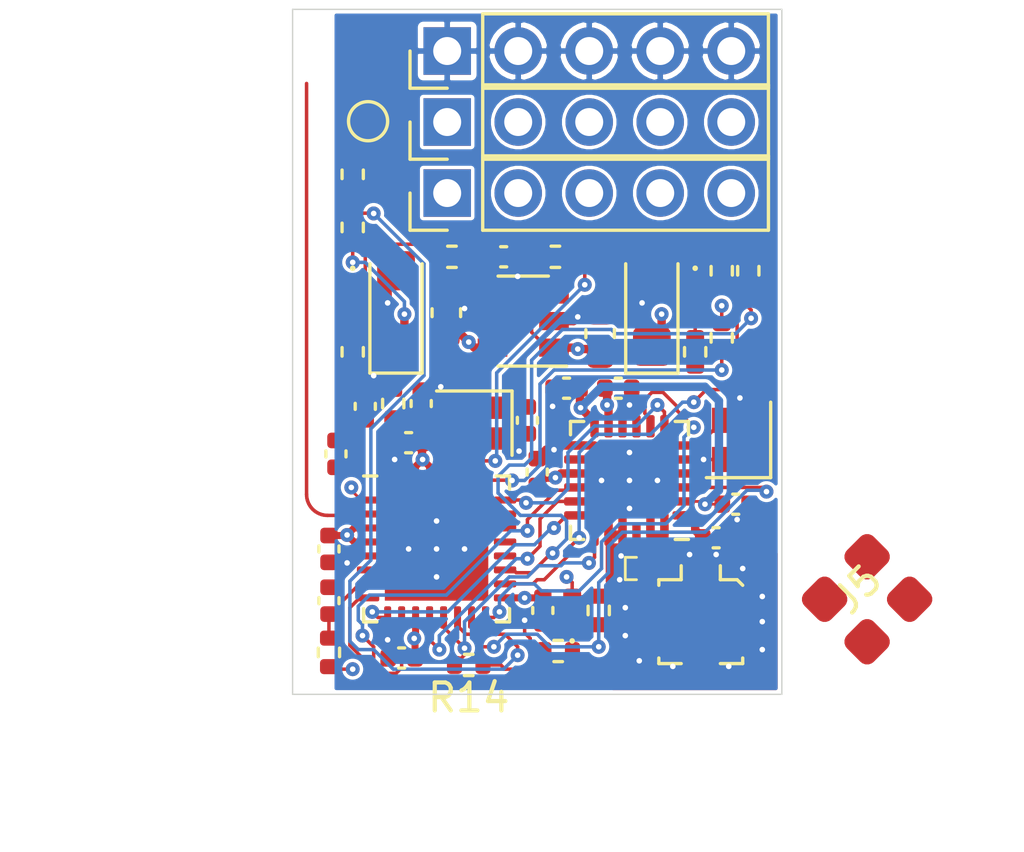
<source format=kicad_pcb>
(kicad_pcb (version 20171130) (host pcbnew 5.1.10-88a1d61d58~88~ubuntu18.04.1)
  (layers (0 F.Cu_sig signal) (1 In1.Cu_3V3 signal) (2 In2.Cu_Gnd signal) (31 B.Cu_sig signal) (34 B.Paste user) (35 F.Paste user) (36 B.SilkS user) (37 F.SilkS user) (38 B.Mask user) (39 F.Mask user) (44 Edge.Cuts user))
  (net 0 "")
  (net 1 GND)
  (net 2 +5V)
  (net 3 "Net-(D2-Pad2)")
  (net 4 +3V3)
  (net 5 ESP_EN)
  (net 6 "Net-(C16-Pad1)")
  (net 7 "Net-(C17-Pad1)")
  (net 8 ESPX_OUT)
  (net 9 ESPX_IN)
  (net 10 "Net-(R2-Pad2)")
  (net 11 "Net-(U2-Pad23)")
  (net 12 "Net-(U2-Pad22)")
  (net 13 "Net-(U2-Pad21)")
  (net 14 "Net-(U2-Pad20)")
  (net 15 LED_A)
  (net 16 BUSY_A)
  (net 17 DIO1_A)
  (net 18 NRST_A)
  (net 19 NSS_A)
  (net 20 SCK)
  (net 21 MISO)
  (net 22 MOSI)
  (net 23 ANT)
  (net 24 "Net-(U6-Pad6)")
  (net 25 "Net-(U6-Pad4)")
  (net 26 "Net-(J1-Pad1)")
  (net 27 "Net-(U5-Pad1)")
  (net 28 "Net-(U6-Pad10)")
  (net 29 "Net-(U6-Pad9)")
  (net 30 "Net-(U6-Pad14)")
  (net 31 "Net-(C22-Pad1)")
  (net 32 "Net-(J3-Pad5)")
  (net 33 "Net-(J3-Pad4)")
  (net 34 "Net-(J3-Pad3)")
  (net 35 "Net-(J3-Pad2)")
  (net 36 "Net-(J3-Pad1)")
  (net 37 PWM1)
  (net 38 PWM2)
  (net 39 PWM3)
  (net 40 PWM4)
  (net 41 PWM5)
  (net 42 "Net-(U2-Pad6)")
  (net 43 "Net-(U2-Pad5)")
  (net 44 "Net-(D4-Pad1)")
  (net 45 "Net-(C11-Pad1)")
  (net 46 "Net-(D1-Pad1)")
  (net 47 "Net-(J5-Pad2)")
  (module Resistor_SMD:R_0402_1005Metric (layer F.Cu_sig) (at 164.3 74.45 180)
    (fp_text reference R14 (at 0 -1.17) (layer F.SilkS))
    (fp_text value 12k)
    (pad 2 smd roundrect (at 0.51 0 180) (size 0.54 0.64) (layers F.Cu_sig F.Paste F.Mask) (net 19 NSS_A))
    (pad 1 smd roundrect (at -0.51 0 180) (size 0.54 0.64) (layers F.Cu_sig F.Paste F.Mask) (net 1 GND))
  )
  (module ELRS_ESP8285_PWM5:molex_479480001_2g4-turret (layer F.Cu_sig) (at 178.55 72.1 225)
    (fp_text reference J5 (at 0 0.5 45) (layer F.SilkS))
    (fp_text value Conn_Coaxial)
    (pad 2 smd roundrect (at -1.075 -1.075 225) (size 1.35 1.35) (layers F.Cu_sig F.Paste F.Mask) (net 47 "Net-(J5-Pad2)"))
    (pad 2 smd roundrect (at 1.075 -1.075 225) (size 1.35 1.35) (layers F.Cu_sig F.Paste F.Mask) (net 47 "Net-(J5-Pad2)"))
    (pad 2 smd roundrect (at 1.075 1.075 225) (size 1.35 1.35) (layers F.Cu_sig F.Paste F.Mask) (net 47 "Net-(J5-Pad2)"))
    (pad 1 smd roundrect (at -1.075 1.075 225) (size 1.35 1.35) (layers F.Cu_sig F.Paste F.Mask) (net 26 "Net-(J1-Pad1)"))
  )
  (module Resistor_SMD:R_0402_1005Metric (layer F.Cu_sig) (at 160.15 58.8 270)
    (fp_text reference R13 hide)
    (fp_text value 12k hide)
    (pad 2 smd roundrect (at 0.51 0 270) (size 0.54 0.64) (layers F.Cu_sig F.Paste F.Mask) (net 4 +3V3))
    (pad 1 smd roundrect (at -0.51 0 270) (size 0.54 0.64) (layers F.Cu_sig F.Paste F.Mask) (net 37 PWM1))
  )
  (module Resistor_SMD:R_0402_1005Metric (layer F.Cu_sig) (at 168.95 72.5 90)
    (fp_text reference R10 hide)
    (fp_text value 12k hide)
    (pad 2 smd roundrect (at 0.51 0 90) (size 0.54 0.64) (layers F.Cu_sig F.Paste F.Mask) (net 4 +3V3))
    (pad 1 smd roundrect (at -0.51 0 90) (size 0.54 0.64) (layers F.Cu_sig F.Paste F.Mask) (net 18 NRST_A))
  )
  (module Capacitor_SMD:C_0402_1005Metric (layer F.Cu_sig) (at 160.6 65.2 90)
    (fp_text reference C11 hide)
    (fp_text value 1u hide)
    (pad 2 smd roundrect (at 0.48 0 90) (size 0.56 0.62) (layers F.Cu_sig F.Paste F.Mask) (net 1 GND))
    (pad 1 smd roundrect (at -0.48 0 90) (size 0.56 0.62) (layers F.Cu_sig F.Paste F.Mask) (net 45 "Net-(C11-Pad1)"))
  )
  (module Capacitor_SMD:C_0402_1005Metric (layer F.Cu_sig) (at 161.9 74.2 180)
    (fp_text reference C10 hide)
    (fp_text value 100n hide)
    (pad 2 smd roundrect (at 0.48 0 180) (size 0.56 0.62) (layers F.Cu_sig F.Paste F.Mask) (net 1 GND))
    (pad 1 smd roundrect (at -0.48 0 180) (size 0.56 0.62) (layers F.Cu_sig F.Paste F.Mask) (net 4 +3V3))
  )
  (module TestPoint:TestPoint_Pad_D1.0mm (layer F.Cu_sig) (at 160.7 55)
    (fp_text reference TP1 hide)
    (fp_text value TestPoint hide)
    (pad 1 smd circle (at 0 0) (size 1 1) (layers F.Cu_sig F.Mask) (net 45 "Net-(C11-Pad1)"))
  )
  (module Resistor_SMD:R_0402_1005Metric (layer F.Cu_sig) (at 174.3 60.35 270)
    (fp_text reference R9 hide)
    (fp_text value 1k hide)
    (pad 2 smd roundrect (at 0.51 0 270) (size 0.54 0.64) (layers F.Cu_sig F.Paste F.Mask) (net 41 PWM5))
    (pad 1 smd roundrect (at -0.51 0 270) (size 0.54 0.64) (layers F.Cu_sig F.Paste F.Mask) (net 32 "Net-(J3-Pad5)"))
  )
  (module Resistor_SMD:R_0402_1005Metric (layer F.Cu_sig) (at 173.35 60.35 270)
    (fp_text reference R8 hide)
    (fp_text value 1k hide)
    (pad 2 smd roundrect (at 0.51 0 270) (size 0.54 0.64) (layers F.Cu_sig F.Paste F.Mask) (net 40 PWM4))
    (pad 1 smd roundrect (at -0.51 0 270) (size 0.54 0.64) (layers F.Cu_sig F.Paste F.Mask) (net 33 "Net-(J3-Pad4)"))
  )
  (module Resistor_SMD:R_0402_1005Metric (layer F.Cu_sig) (at 173.35 62.75 270)
    (fp_text reference R7 hide)
    (fp_text value 1k hide)
    (pad 2 smd roundrect (at 0.51 0 270) (size 0.54 0.64) (layers F.Cu_sig F.Paste F.Mask) (net 39 PWM3))
    (pad 1 smd roundrect (at -0.51 0 270) (size 0.54 0.64) (layers F.Cu_sig F.Paste F.Mask) (net 34 "Net-(J3-Pad3)"))
  )
  (module Resistor_SMD:R_0402_1005Metric (layer F.Cu_sig) (at 167.4 59.85)
    (fp_text reference R6 hide)
    (fp_text value 1k hide)
    (pad 2 smd roundrect (at 0.51 0) (size 0.54 0.64) (layers F.Cu_sig F.Paste F.Mask) (net 38 PWM2))
    (pad 1 smd roundrect (at -0.51 0) (size 0.54 0.64) (layers F.Cu_sig F.Paste F.Mask) (net 35 "Net-(J3-Pad2)"))
  )
  (module Resistor_SMD:R_0402_1005Metric (layer F.Cu_sig) (at 160.15 56.9 270)
    (fp_text reference R5 hide)
    (fp_text value 1k hide)
    (pad 2 smd roundrect (at 0.51 0 270) (size 0.54 0.64) (layers F.Cu_sig F.Paste F.Mask) (net 37 PWM1))
    (pad 1 smd roundrect (at -0.51 0 270) (size 0.54 0.64) (layers F.Cu_sig F.Paste F.Mask) (net 36 "Net-(J3-Pad1)"))
  )
  (module Resistor_SMD:R_0402_1005Metric (layer F.Cu_sig) (at 160.15 63.25 90)
    (fp_text reference R3 hide)
    (fp_text value 12k hide)
    (pad 2 smd roundrect (at 0.51 0 90) (size 0.54 0.64) (layers F.Cu_sig F.Paste F.Mask) (net 4 +3V3))
    (pad 1 smd roundrect (at -0.51 0 90) (size 0.54 0.64) (layers F.Cu_sig F.Paste F.Mask) (net 45 "Net-(C11-Pad1)"))
  )
  (module Resistor_SMD:R_0402_1005Metric (layer F.Cu_sig) (at 161.6 65.1 270)
    (fp_text reference R2 hide)
    (fp_text value 12k hide)
    (pad 2 smd roundrect (at 0.51 0 270) (size 0.54 0.64) (layers F.Cu_sig F.Paste F.Mask) (net 10 "Net-(R2-Pad2)"))
    (pad 1 smd roundrect (at -0.51 0 270) (size 0.54 0.64) (layers F.Cu_sig F.Paste F.Mask) (net 1 GND))
  )
  (module Connector_PinHeader_2.54mm:PinHeader_1x05_P2.54mm_Vertical (layer F.Cu_sig) (at 163.53 55.029999 90)
    (fp_text reference J4 hide)
    (fp_text value Conn_01x05 hide)
    (pad 5 thru_hole oval (at 0 10.16 90) (size 1.7 1.7) (drill 1) (layers *.Cu *.Mask) (net 2 +5V))
    (pad 4 thru_hole oval (at 0 7.62 90) (size 1.7 1.7) (drill 1) (layers *.Cu *.Mask) (net 2 +5V))
    (pad 3 thru_hole oval (at 0 5.08 90) (size 1.7 1.7) (drill 1) (layers *.Cu *.Mask) (net 2 +5V))
    (pad 2 thru_hole oval (at 0 2.54 90) (size 1.7 1.7) (drill 1) (layers *.Cu *.Mask) (net 2 +5V))
    (pad 1 thru_hole rect (at 0 0 90) (size 1.7 1.7) (drill 1) (layers *.Cu *.Mask) (net 2 +5V))
  )
  (module Connector_PinHeader_2.54mm:PinHeader_1x05_P2.54mm_Vertical (layer F.Cu_sig) (at 163.53 57.570001 90)
    (fp_text reference J3 hide)
    (fp_text value Conn_01x05 hide)
    (pad 5 thru_hole oval (at 0 10.16 90) (size 1.7 1.7) (drill 1) (layers *.Cu *.Mask) (net 32 "Net-(J3-Pad5)"))
    (pad 4 thru_hole oval (at 0 7.62 90) (size 1.7 1.7) (drill 1) (layers *.Cu *.Mask) (net 33 "Net-(J3-Pad4)"))
    (pad 3 thru_hole oval (at 0 5.08 90) (size 1.7 1.7) (drill 1) (layers *.Cu *.Mask) (net 34 "Net-(J3-Pad3)"))
    (pad 2 thru_hole oval (at 0 2.54 90) (size 1.7 1.7) (drill 1) (layers *.Cu *.Mask) (net 35 "Net-(J3-Pad2)"))
    (pad 1 thru_hole rect (at 0 0 90) (size 1.7 1.7) (drill 1) (layers *.Cu *.Mask) (net 36 "Net-(J3-Pad1)"))
  )
  (module Connector_PinHeader_2.54mm:PinHeader_1x05_P2.54mm_Vertical (layer F.Cu_sig) (at 163.53 52.49 90)
    (fp_text reference J2 hide)
    (fp_text value Conn_01x05 hide)
    (pad 5 thru_hole oval (at 0 10.16 90) (size 1.7 1.7) (drill 1) (layers *.Cu *.Mask) (net 1 GND))
    (pad 4 thru_hole oval (at 0 7.62 90) (size 1.7 1.7) (drill 1) (layers *.Cu *.Mask) (net 1 GND))
    (pad 3 thru_hole oval (at 0 5.08 90) (size 1.7 1.7) (drill 1) (layers *.Cu *.Mask) (net 1 GND))
    (pad 2 thru_hole oval (at 0 2.54 90) (size 1.7 1.7) (drill 1) (layers *.Cu *.Mask) (net 1 GND))
    (pad 1 thru_hole rect (at 0 0 90) (size 1.7 1.7) (drill 1) (layers *.Cu *.Mask) (net 1 GND))
  )
  (module Package_TO_SOT_SMD:SOT-23-5 (layer F.Cu_sig) (at 166.25 62.15 180)
    (fp_text reference U1 hide)
    (fp_text value SPX3819M5-L-3-3 hide)
    (pad 5 smd rect (at 1.1 -0.95 180) (size 1.06 0.65) (layers F.Cu_sig F.Paste F.Mask) (net 4 +3V3))
    (pad 4 smd rect (at 1.1 0.95 180) (size 1.06 0.65) (layers F.Cu_sig F.Paste F.Mask) (net 31 "Net-(C22-Pad1)"))
    (pad 3 smd rect (at -1.1 0.95 180) (size 1.06 0.65) (layers F.Cu_sig F.Paste F.Mask) (net 2 +5V))
    (pad 2 smd rect (at -1.1 0 180) (size 1.06 0.65) (layers F.Cu_sig F.Paste F.Mask) (net 1 GND))
    (pad 1 smd rect (at -1.1 -0.95 180) (size 1.06 0.65) (layers F.Cu_sig F.Paste F.Mask) (net 2 +5V))
  )
  (module Capacitor_SMD:C_0402_1005Metric (layer F.Cu_sig) (at 165.55 59.85)
    (fp_text reference C22 hide)
    (fp_text value 10n hide)
    (pad 2 smd roundrect (at 0.48 0) (size 0.56 0.62) (layers F.Cu_sig F.Paste F.Mask) (net 1 GND))
    (pad 1 smd roundrect (at -0.48 0) (size 0.56 0.62) (layers F.Cu_sig F.Paste F.Mask) (net 31 "Net-(C22-Pad1)"))
  )
  (module Package_DFN_QFN:QFN-32-1EP_5x5mm_P0.5mm_EP3.7x3.7mm (layer F.Cu_sig) (at 163.15 70.3)
    (fp_text reference U2 hide)
    (fp_text value ESP8285 hide)
    (pad 33 smd rect (at 0 0) (size 3.7 3.7) (layers F.Cu_sig F.Mask) (net 1 GND))
    (pad 32 smd roundrect (at -1.75 -2.45) (size 0.25 0.8) (layers F.Cu_sig F.Paste F.Mask) (net 45 "Net-(C11-Pad1)"))
    (pad 31 smd roundrect (at -1.25 -2.45) (size 0.25 0.8) (layers F.Cu_sig F.Paste F.Mask) (net 10 "Net-(R2-Pad2)"))
    (pad 30 smd roundrect (at -0.75 -2.45) (size 0.25 0.8) (layers F.Cu_sig F.Paste F.Mask) (net 4 +3V3))
    (pad 29 smd roundrect (at -0.25 -2.45) (size 0.25 0.8) (layers F.Cu_sig F.Paste F.Mask) (net 4 +3V3))
    (pad 28 smd roundrect (at 0.25 -2.45) (size 0.25 0.8) (layers F.Cu_sig F.Paste F.Mask) (net 9 ESPX_IN))
    (pad 27 smd roundrect (at 0.75 -2.45) (size 0.25 0.8) (layers F.Cu_sig F.Paste F.Mask) (net 8 ESPX_OUT))
    (pad 26 smd roundrect (at 1.25 -2.45) (size 0.25 0.8) (layers F.Cu_sig F.Paste F.Mask) (net 38 PWM2))
    (pad 25 smd roundrect (at 1.75 -2.45) (size 0.25 0.8) (layers F.Cu_sig F.Paste F.Mask) (net 39 PWM3))
    (pad 24 smd roundrect (at 2.45 -1.75) (size 0.8 0.25) (layers F.Cu_sig F.Paste F.Mask) (net 16 BUSY_A))
    (pad 23 smd roundrect (at 2.45 -1.25) (size 0.8 0.25) (layers F.Cu_sig F.Paste F.Mask) (net 11 "Net-(U2-Pad23)"))
    (pad 22 smd roundrect (at 2.45 -0.75) (size 0.8 0.25) (layers F.Cu_sig F.Paste F.Mask) (net 12 "Net-(U2-Pad22)"))
    (pad 21 smd roundrect (at 2.45 -0.25) (size 0.8 0.25) (layers F.Cu_sig F.Paste F.Mask) (net 13 "Net-(U2-Pad21)"))
    (pad 20 smd roundrect (at 2.45 0.25) (size 0.8 0.25) (layers F.Cu_sig F.Paste F.Mask) (net 14 "Net-(U2-Pad20)"))
    (pad 19 smd roundrect (at 2.45 0.75) (size 0.8 0.25) (layers F.Cu_sig F.Paste F.Mask) (net 41 PWM5))
    (pad 18 smd roundrect (at 2.45 1.25) (size 0.8 0.25) (layers F.Cu_sig F.Paste F.Mask) (net 40 PWM4))
    (pad 17 smd roundrect (at 2.45 1.75) (size 0.8 0.25) (layers F.Cu_sig F.Paste F.Mask) (net 4 +3V3))
    (pad 16 smd roundrect (at 1.75 2.45) (size 0.25 0.8) (layers F.Cu_sig F.Paste F.Mask) (net 17 DIO1_A))
    (pad 15 smd roundrect (at 1.25 2.45) (size 0.25 0.8) (layers F.Cu_sig F.Paste F.Mask) (net 37 PWM1))
    (pad 14 smd roundrect (at 0.75 2.45) (size 0.25 0.8) (layers F.Cu_sig F.Paste F.Mask) (net 18 NRST_A))
    (pad 13 smd roundrect (at 0.25 2.45) (size 0.25 0.8) (layers F.Cu_sig F.Paste F.Mask) (net 19 NSS_A))
    (pad 12 smd roundrect (at -0.25 2.45) (size 0.25 0.8) (layers F.Cu_sig F.Paste F.Mask) (net 22 MOSI))
    (pad 11 smd roundrect (at -0.75 2.45) (size 0.25 0.8) (layers F.Cu_sig F.Paste F.Mask) (net 4 +3V3))
    (pad 10 smd roundrect (at -1.25 2.45) (size 0.25 0.8) (layers F.Cu_sig F.Paste F.Mask) (net 21 MISO))
    (pad 9 smd roundrect (at -1.75 2.45) (size 0.25 0.8) (layers F.Cu_sig F.Paste F.Mask) (net 20 SCK))
    (pad 8 smd roundrect (at -2.45 1.75) (size 0.8 0.25) (layers F.Cu_sig F.Paste F.Mask) (net 15 LED_A))
    (pad 7 smd roundrect (at -2.45 1.25) (size 0.8 0.25) (layers F.Cu_sig F.Paste F.Mask) (net 5 ESP_EN))
    (pad 6 smd roundrect (at -2.45 0.75) (size 0.8 0.25) (layers F.Cu_sig F.Paste F.Mask) (net 42 "Net-(U2-Pad6)"))
    (pad 5 smd roundrect (at -2.45 0.25) (size 0.8 0.25) (layers F.Cu_sig F.Paste F.Mask) (net 43 "Net-(U2-Pad5)"))
    (pad 4 smd roundrect (at -2.45 -0.25) (size 0.8 0.25) (layers F.Cu_sig F.Paste F.Mask) (net 4 +3V3))
    (pad 3 smd roundrect (at -2.45 -0.75) (size 0.8 0.25) (layers F.Cu_sig F.Paste F.Mask) (net 4 +3V3))
    (pad 2 smd roundrect (at -2.45 -1.25) (size 0.8 0.25) (layers F.Cu_sig F.Paste F.Mask) (net 23 ANT))
    (pad 1 smd roundrect (at -2.45 -1.75) (size 0.8 0.25) (layers F.Cu_sig F.Paste F.Mask) (net 4 +3V3))
  )
  (module Capacitor_SMD:C_0402_1005Metric (layer F.Cu_sig) (at 159.3 70.3 270)
    (fp_text reference C21 hide)
    (fp_text value 100n hide)
    (pad 2 smd roundrect (at 0.48 0 270) (size 0.56 0.62) (layers F.Cu_sig F.Paste F.Mask) (net 1 GND))
    (pad 1 smd roundrect (at -0.48 0 270) (size 0.56 0.62) (layers F.Cu_sig F.Paste F.Mask) (net 4 +3V3))
  )
  (module Resistor_SMD:R_0402_1005Metric (layer F.Cu_sig) (at 167.5 73.95)
    (fp_text reference R4 hide)
    (fp_text value 560R hide)
    (pad 2 smd roundrect (at 0.51 0) (size 0.54 0.64) (layers F.Cu_sig F.Paste F.Mask) (net 44 "Net-(D4-Pad1)"))
    (pad 1 smd roundrect (at -0.51 0) (size 0.54 0.64) (layers F.Cu_sig F.Paste F.Mask) (net 15 LED_A))
  )
  (module LED_SMD:LED_0402_1005Metric (layer F.Cu_sig) (at 168 72.5 90)
    (fp_text reference D4 hide)
    (fp_text value LED hide)
    (pad 2 smd roundrect (at 0.485 0 90) (size 0.59 0.64) (layers F.Cu_sig F.Paste F.Mask) (net 4 +3V3))
    (pad 1 smd roundrect (at -0.485 0 90) (size 0.59 0.64) (layers F.Cu_sig F.Paste F.Mask) (net 44 "Net-(D4-Pad1)"))
  )
  (module ELRS_ESP8285_dual:QFN-24-1EP_4x4mm_P0.5mm_EP2.6x2.6mm_SX1280_dense (layer F.Cu_sig) (at 170.05 67.85 180)
    (fp_text reference U6 hide)
    (fp_text value SX1281 hide)
    (pad 0 smd rect (at 0 0 180) (size 2.6 2.6) (layers F.Cu_sig F.Mask) (net 1 GND))
    (pad 24 smd roundrect (at -1.25 -1.9375 180) (size 0.3 0.8) (layers F.Cu_sig F.Paste F.Mask) (net 1 GND))
    (pad 23 smd roundrect (at -0.75 -1.9375 180) (size 0.3 0.8) (layers F.Cu_sig F.Paste F.Mask) (net 1 GND))
    (pad 22 smd roundrect (at -0.25 -1.9375 180) (size 0.3 0.8) (layers F.Cu_sig F.Paste F.Mask) (net 27 "Net-(U5-Pad1)"))
    (pad 21 smd roundrect (at 0.25 -1.9375 180) (size 0.3 0.8) (layers F.Cu_sig F.Paste F.Mask) (net 1 GND))
    (pad 20 smd roundrect (at 0.75 -1.9375 180) (size 0.3 0.8) (layers F.Cu_sig F.Paste F.Mask) (net 1 GND))
    (pad 19 smd roundrect (at 1.25 -1.9375 180) (size 0.3 0.8) (layers F.Cu_sig F.Paste F.Mask) (net 19 NSS_A))
    (pad 18 smd roundrect (at 1.9375 -1.25 180) (size 0.8 0.3) (layers F.Cu_sig F.Paste F.Mask) (net 20 SCK))
    (pad 17 smd roundrect (at 1.9375 -0.75 180) (size 0.8 0.3) (layers F.Cu_sig F.Paste F.Mask) (net 22 MOSI))
    (pad 16 smd roundrect (at 1.9375 -0.25 180) (size 0.8 0.3) (layers F.Cu_sig F.Paste F.Mask) (net 21 MISO))
    (pad 15 smd roundrect (at 1.9375 0.25 180) (size 0.8 0.3) (layers F.Cu_sig F.Paste F.Mask) (net 4 +3V3))
    (pad 14 smd roundrect (at 1.9375 0.75 180) (size 0.8 0.3) (layers F.Cu_sig F.Paste F.Mask) (net 30 "Net-(U6-Pad14)"))
    (pad 13 smd roundrect (at 1.9375 1.25 180) (size 0.8 0.3) (layers F.Cu_sig F.Paste F.Mask) (net 1 GND))
    (pad 12 smd roundrect (at 1.25 1.9375 180) (size 0.3 0.8) (layers F.Cu_sig F.Paste F.Mask) (net 6 "Net-(C16-Pad1)"))
    (pad 11 smd roundrect (at 0.75 1.9375 180) (size 0.3 0.8) (layers F.Cu_sig F.Paste F.Mask) (net 4 +3V3))
    (pad 10 smd roundrect (at 0.25 1.9375 180) (size 0.3 0.8) (layers F.Cu_sig F.Paste F.Mask) (net 28 "Net-(U6-Pad10)"))
    (pad 9 smd roundrect (at -0.25 1.9375 180) (size 0.3 0.8) (layers F.Cu_sig F.Paste F.Mask) (net 29 "Net-(U6-Pad9)"))
    (pad 8 smd roundrect (at -0.75 1.9375 180) (size 0.3 0.8) (layers F.Cu_sig F.Paste F.Mask) (net 17 DIO1_A))
    (pad 7 smd roundrect (at -1.25 1.9375 180) (size 0.3 0.8) (layers F.Cu_sig F.Paste F.Mask) (net 16 BUSY_A))
    (pad 6 smd roundrect (at -1.9375 1.25 180) (size 0.8 0.3) (layers F.Cu_sig F.Paste F.Mask) (net 24 "Net-(U6-Pad6)"))
    (pad 5 smd roundrect (at -1.9375 0.75 180) (size 0.8 0.3) (layers F.Cu_sig F.Paste F.Mask) (net 1 GND))
    (pad 4 smd roundrect (at -1.9375 0.25 180) (size 0.8 0.3) (layers F.Cu_sig F.Paste F.Mask) (net 25 "Net-(U6-Pad4)"))
    (pad 3 smd roundrect (at -1.9375 -0.25 180) (size 0.8 0.3) (layers F.Cu_sig F.Paste F.Mask) (net 18 NRST_A))
    (pad 2 smd roundrect (at -1.9375 -0.75 180) (size 0.8 0.3) (layers F.Cu_sig F.Paste F.Mask) (net 6 "Net-(C16-Pad1)"))
    (pad 1 smd roundrect (at -1.9375 -1.25 180) (size 0.8 0.3) (layers F.Cu_sig F.Paste F.Mask) (net 7 "Net-(C17-Pad1)"))
  )
  (module ELRS_ESP8285_dual:2450FM07D0034T (layer F.Cu_sig) (at 170.9 71)
    (fp_text reference U5 hide)
    (fp_text value 2450FM07D0034T hide)
    (pad 4 smd roundrect (at 0 -0.35) (size 0.3 0.5) (layers F.Cu_sig F.Paste F.Mask) (net 1 GND))
    (pad 3 smd roundrect (at 0.6 0) (size 0.55 0.55) (layers F.Cu_sig F.Paste F.Mask) (net 26 "Net-(J1-Pad1)"))
    (pad 2 smd roundrect (at 0 0.35) (size 0.3 0.5) (layers F.Cu_sig F.Paste F.Mask) (net 1 GND))
    (pad 1 smd roundrect (at -0.6 0) (size 0.55 0.55) (layers F.Cu_sig F.Paste F.Mask) (net 27 "Net-(U5-Pad1)"))
  )
  (module ELRS_ESP8285_dual:U.FL_Molex_MCRF_73412-0110_Vertical_dense (layer F.Cu_sig) (at 172.6 72.9 180)
    (fp_text reference J1 hide)
    (fp_text value Conn_Coaxial hide)
    (pad 1 smd rect (at 0 1.5 180) (size 1 1) (layers F.Cu_sig F.Paste F.Mask) (net 26 "Net-(J1-Pad1)"))
    (pad 2 smd roundrect (at 0 -1.5 180) (size 1 1) (layers F.Cu_sig F.Paste F.Mask) (net 1 GND))
    (pad 2 smd roundrect (at 1.475 0 180) (size 1.05 2.2) (layers F.Cu_sig F.Paste F.Mask) (net 1 GND))
    (pad 2 smd roundrect (at -1.475 0 180) (size 1.05 2.2) (layers F.Cu_sig F.Paste F.Mask) (net 1 GND))
  )
  (module Crystal:Crystal_SMD_2016-4Pin_2.0x1.6mm (layer F.Cu_sig) (at 173.95 66.4 90)
    (fp_text reference Y3 hide)
    (fp_text value 52M hide)
    (pad 4 smd rect (at -0.7 -0.55 90) (size 0.9 0.8) (layers F.Cu_sig F.Paste F.Mask) (net 1 GND))
    (pad 3 smd rect (at 0.7 -0.55 90) (size 0.9 0.8) (layers F.Cu_sig F.Paste F.Mask) (net 24 "Net-(U6-Pad6)"))
    (pad 2 smd rect (at 0.7 0.55 90) (size 0.9 0.8) (layers F.Cu_sig F.Paste F.Mask) (net 1 GND))
    (pad 1 smd rect (at -0.7 0.55 90) (size 0.9 0.8) (layers F.Cu_sig F.Paste F.Mask) (net 25 "Net-(U6-Pad4)"))
  )
  (module Crystal:Crystal_SMD_2016-4Pin_2.0x1.6mm (layer F.Cu_sig) (at 164.5 65.8 180)
    (fp_text reference Y2 hide)
    (fp_text value 26M hide)
    (pad 4 smd rect (at -0.7 -0.55 180) (size 0.9 0.8) (layers F.Cu_sig F.Paste F.Mask) (net 1 GND))
    (pad 3 smd rect (at 0.7 -0.55 180) (size 0.9 0.8) (layers F.Cu_sig F.Paste F.Mask) (net 9 ESPX_IN))
    (pad 2 smd rect (at 0.7 0.55 180) (size 0.9 0.8) (layers F.Cu_sig F.Paste F.Mask) (net 1 GND))
    (pad 1 smd rect (at -0.7 0.55 180) (size 0.9 0.8) (layers F.Cu_sig F.Paste F.Mask) (net 8 ESPX_OUT))
  )
  (module Resistor_SMD:R_0402_1005Metric (layer F.Cu_sig) (at 159.3 74 270)
    (fp_text reference R1 hide)
    (fp_text value 12k hide)
    (pad 2 smd roundrect (at 0.51 0 270) (size 0.54 0.64) (layers F.Cu_sig F.Paste F.Mask) (net 4 +3V3))
    (pad 1 smd roundrect (at -0.51 0 270) (size 0.54 0.64) (layers F.Cu_sig F.Paste F.Mask) (net 5 ESP_EN))
  )
  (module Capacitor_SMD:C_0402_1005Metric (layer F.Cu_sig) (at 162.6 65.1 90)
    (fp_text reference C20 hide)
    (fp_text value 5p hide)
    (pad 2 smd roundrect (at 0.48 0 90) (size 0.56 0.62) (layers F.Cu_sig F.Paste F.Mask) (net 1 GND))
    (pad 1 smd roundrect (at -0.48 0 90) (size 0.56 0.62) (layers F.Cu_sig F.Paste F.Mask) (net 9 ESPX_IN))
  )
  (module Capacitor_SMD:C_0402_1005Metric (layer F.Cu_sig) (at 166.4 65.7 270)
    (fp_text reference C19 hide)
    (fp_text value 5p hide)
    (pad 2 smd roundrect (at 0.48 0 270) (size 0.56 0.62) (layers F.Cu_sig F.Paste F.Mask) (net 1 GND))
    (pad 1 smd roundrect (at -0.48 0 270) (size 0.56 0.62) (layers F.Cu_sig F.Paste F.Mask) (net 8 ESPX_OUT))
  )
  (module Capacitor_SMD:C_0402_1005Metric (layer F.Cu_sig) (at 167.8 64.55 180)
    (fp_text reference C18 hide)
    (fp_text value 470n hide)
    (pad 2 smd roundrect (at 0.48 0 180) (size 0.56 0.62) (layers F.Cu_sig F.Paste F.Mask) (net 1 GND))
    (pad 1 smd roundrect (at -0.48 0 180) (size 0.56 0.62) (layers F.Cu_sig F.Paste F.Mask) (net 6 "Net-(C16-Pad1)"))
  )
  (module Capacitor_SMD:C_0402_1005Metric (layer F.Cu_sig) (at 173.15 69.9)
    (fp_text reference C17 hide)
    (fp_text value 10n hide)
    (pad 2 smd roundrect (at 0.48 0) (size 0.56 0.62) (layers F.Cu_sig F.Paste F.Mask) (net 1 GND))
    (pad 1 smd roundrect (at -0.48 0) (size 0.56 0.62) (layers F.Cu_sig F.Paste F.Mask) (net 7 "Net-(C17-Pad1)"))
  )
  (module Capacitor_SMD:C_0402_1005Metric (layer F.Cu_sig) (at 173.85 68.7)
    (fp_text reference C16 hide)
    (fp_text value 10n hide)
    (pad 2 smd roundrect (at 0.48 0) (size 0.56 0.62) (layers F.Cu_sig F.Paste F.Mask) (net 1 GND))
    (pad 1 smd roundrect (at -0.48 0) (size 0.56 0.62) (layers F.Cu_sig F.Paste F.Mask) (net 6 "Net-(C16-Pad1)"))
  )
  (module Capacitor_SMD:C_0402_1005Metric (layer F.Cu_sig) (at 169.65 64.55)
    (fp_text reference C15 hide)
    (fp_text value 100n hide)
    (pad 2 smd roundrect (at 0.48 0) (size 0.56 0.62) (layers F.Cu_sig F.Paste F.Mask) (net 1 GND))
    (pad 1 smd roundrect (at -0.48 0) (size 0.56 0.62) (layers F.Cu_sig F.Paste F.Mask) (net 4 +3V3))
  )
  (module Capacitor_SMD:C_0402_1005Metric (layer F.Cu_sig) (at 166.75 67.55 90)
    (fp_text reference C9 hide)
    (fp_text value 100n hide)
    (pad 2 smd roundrect (at 0.48 0 90) (size 0.56 0.62) (layers F.Cu_sig F.Paste F.Mask) (net 1 GND))
    (pad 1 smd roundrect (at -0.48 0 90) (size 0.56 0.62) (layers F.Cu_sig F.Paste F.Mask) (net 4 +3V3))
  )
  (module Capacitor_SMD:C_0402_1005Metric (layer F.Cu_sig) (at 159.3 72.15 90)
    (fp_text reference C4 hide)
    (fp_text value 1u hide)
    (pad 2 smd roundrect (at 0.48 0 90) (size 0.56 0.62) (layers F.Cu_sig F.Paste F.Mask) (net 1 GND))
    (pad 1 smd roundrect (at -0.48 0 90) (size 0.56 0.62) (layers F.Cu_sig F.Paste F.Mask) (net 5 ESP_EN))
  )
  (module Capacitor_Tantalum_SMD:CP_EIA-3216-18_Kemet-A (layer F.Cu_sig) (at 161.7 61.7 90)
    (fp_text reference C8 hide)
    (fp_text value 100u hide)
    (pad 2 smd roundrect (at 1.35 0 90) (size 1.4 1.35) (layers F.Cu_sig F.Paste F.Mask) (roundrect_rratio 0.185185) (net 1 GND))
    (pad 1 smd roundrect (at -1.35 0 90) (size 1.4 1.35) (layers F.Cu_sig F.Paste F.Mask) (roundrect_rratio 0.185185) (net 4 +3V3))
  )
  (module Capacitor_Tantalum_SMD:CP_EIA-3216-18_Kemet-A (layer F.Cu_sig) (at 170.85 61.7 90)
    (fp_text reference C5 hide)
    (fp_text value 100u hide)
    (pad 2 smd roundrect (at 1.35 0 90) (size 1.4 1.35) (layers F.Cu_sig F.Paste F.Mask) (roundrect_rratio 0.185185) (net 1 GND))
    (pad 1 smd roundrect (at -1.35 0 90) (size 1.4 1.35) (layers F.Cu_sig F.Paste F.Mask) (roundrect_rratio 0.185185) (net 2 +5V))
  )
  (module Resistor_SMD:R_0402_1005Metric (layer F.Cu_sig) (at 172.4 63.25 90)
    (fp_text reference R12 hide)
    (fp_text value 3k9 hide)
    (pad 2 smd roundrect (at 0.51 0 90) (size 0.54 0.64) (layers F.Cu_sig F.Paste F.Mask) (net 3 "Net-(D2-Pad2)"))
    (pad 1 smd roundrect (at -0.51 0 90) (size 0.54 0.64) (layers F.Cu_sig F.Paste F.Mask) (net 2 +5V))
  )
  (module LED_SMD:LED_0402_1005Metric (layer F.Cu_sig) (at 172.4 61.35 270)
    (fp_text reference D2 hide)
    (fp_text value LED hide)
    (pad 2 smd roundrect (at 0.485 0 270) (size 0.59 0.64) (layers F.Cu_sig F.Paste F.Mask) (net 3 "Net-(D2-Pad2)"))
    (pad 1 smd roundrect (at -0.485 0 270) (size 0.59 0.64) (layers F.Cu_sig F.Paste F.Mask) (net 1 GND))
  )
  (module Resistor_SMD:R_0402_1005Metric (layer F.Cu_sig) (at 163.7 59.85)
    (fp_text reference R11 hide)
    (fp_text value 560R hide)
    (pad 2 smd roundrect (at 0.51 0) (size 0.54 0.64) (layers F.Cu_sig F.Paste F.Mask) (net 1 GND))
    (pad 1 smd roundrect (at -0.51 0) (size 0.54 0.64) (layers F.Cu_sig F.Paste F.Mask) (net 46 "Net-(D1-Pad1)"))
  )
  (module LED_SMD:LED_0402_1005Metric (layer F.Cu_sig) (at 160.15 61.35 270)
    (fp_text reference D1 hide)
    (fp_text value LED hide)
    (pad 2 smd roundrect (at 0.485 0 270) (size 0.59 0.64) (layers F.Cu_sig F.Paste F.Mask) (net 4 +3V3))
    (pad 1 smd roundrect (at -0.485 0 270) (size 0.59 0.64) (layers F.Cu_sig F.Paste F.Mask) (net 46 "Net-(D1-Pad1)"))
  )
  (module Capacitor_SMD:C_0603_1608Metric (layer F.Cu_sig) (at 163.5 61.85 90)
    (fp_text reference C7 hide)
    (fp_text value 4u7 hide)
    (pad 2 smd roundrect (at 0.775 0 90) (size 0.9 0.95) (layers F.Cu_sig F.Paste F.Mask) (net 1 GND))
    (pad 1 smd roundrect (at -0.775 0 90) (size 0.9 0.95) (layers F.Cu_sig F.Paste F.Mask) (net 4 +3V3))
  )
  (module Capacitor_SMD:C_0603_1608Metric (layer F.Cu_sig) (at 169 62.6 90)
    (fp_text reference C6 hide)
    (fp_text value 1u hide)
    (pad 2 smd roundrect (at 0.775 0 90) (size 0.9 0.95) (layers F.Cu_sig F.Paste F.Mask) (net 1 GND))
    (pad 1 smd roundrect (at -0.775 0 90) (size 0.9 0.95) (layers F.Cu_sig F.Paste F.Mask) (net 2 +5V))
  )
  (module Capacitor_SMD:C_0402_1005Metric (layer F.Cu_sig) (at 162.15 66.5 180)
    (fp_text reference C3 hide)
    (fp_text value 100n hide)
    (pad 2 smd roundrect (at 0.48 0 180) (size 0.56 0.62) (layers F.Cu_sig F.Paste F.Mask) (net 1 GND))
    (pad 1 smd roundrect (at -0.48 0 180) (size 0.56 0.62) (layers F.Cu_sig F.Paste F.Mask) (net 4 +3V3))
  )
  (module Capacitor_SMD:C_0402_1005Metric (layer F.Cu_sig) (at 159.55 66.9 90)
    (fp_text reference C2 hide)
    (fp_text value 100n hide)
    (pad 2 smd roundrect (at 0.48 0 90) (size 0.56 0.62) (layers F.Cu_sig F.Paste F.Mask) (net 1 GND))
    (pad 1 smd roundrect (at -0.48 0 90) (size 0.56 0.62) (layers F.Cu_sig F.Paste F.Mask) (net 4 +3V3))
  )
  (module Capacitor_SMD:C_0402_1005Metric (layer F.Cu_sig) (at 166.95 72.5 270)
    (fp_text reference C1 hide)
    (fp_text value 100n hide)
    (pad 2 smd roundrect (at 0.48 0 270) (size 0.56 0.62) (layers F.Cu_sig F.Paste F.Mask) (net 1 GND))
    (pad 1 smd roundrect (at -0.48 0 270) (size 0.56 0.62) (layers F.Cu_sig F.Paste F.Mask) (net 4 +3V3))
  )
  (gr_line (start 158 75.5) (end 158 51) (layer Edge.Cuts) (width 0.05))
  (gr_line (start 175.5 75.5) (end 158 75.5) (layer Edge.Cuts) (width 0.05))
  (gr_line (start 175.5 51) (end 175.5 75.5) (layer Edge.Cuts) (width 0.05))
  (gr_line (start 158 51) (end 175.5 51) (layer Edge.Cuts) (width 0.05))
  (via (at 170.05 67.85) (size 0.5) (drill 0.2) (layers F.Cu_sig B.Cu_sig) (net 1))
  (via (at 162.15 70.3) (size 0.5) (drill 0.2) (layers F.Cu_sig B.Cu_sig) (net 1))
  (via (at 164.15 70.3) (size 0.5) (drill 0.2) (layers F.Cu_sig B.Cu_sig) (net 1))
  (via (at 163.15 70.3) (size 0.5) (drill 0.2) (layers F.Cu_sig B.Cu_sig) (net 1))
  (via (at 169.25 65.15) (size 0.5) (drill 0.2) (layers F.Cu_sig B.Cu_sig) (net 4))
  (via (at 164.15 61.7) (size 0.5) (drill 0.2) (layers F.Cu_sig B.Cu_sig) (net 1))
  (via (at 161.65 67.1) (size 0.5) (drill 0.2) (layers F.Cu_sig B.Cu_sig) (net 1))
  (segment (start 161.67 66.5) (end 161.67 67.08) (width 0.3) (layer F.Cu_sig) (net 1))
  (segment (start 161.67 67.08) (end 161.65 67.1) (width 0.3) (layer F.Cu_sig) (net 1))
  (via (at 163.3 64.5) (size 0.5) (drill 0.2) (layers F.Cu_sig B.Cu_sig) (net 1))
  (segment (start 163.3 64.75) (end 163.8 65.25) (width 0.1) (layer F.Cu_sig) (net 1))
  (segment (start 163.3 64.5) (end 163.3 64.75) (width 0.1) (layer F.Cu_sig) (net 1))
  (segment (start 162.72 64.5) (end 162.6 64.62) (width 0.1) (layer F.Cu_sig) (net 1))
  (segment (start 163.3 64.5) (end 162.72 64.5) (width 0.1) (layer F.Cu_sig) (net 1))
  (via (at 159.95 69.8) (size 0.5) (drill 0.2) (layers F.Cu_sig B.Cu_sig) (net 4))
  (segment (start 159.93 69.82) (end 159.95 69.8) (width 0.25) (layer F.Cu_sig) (net 4))
  (segment (start 159.3 69.82) (end 159.93 69.82) (width 0.25) (layer F.Cu_sig) (net 4))
  (via (at 159.95 70.8) (size 0.5) (drill 0.2) (layers F.Cu_sig B.Cu_sig) (net 1))
  (segment (start 159.93 70.78) (end 159.95 70.8) (width 0.25) (layer F.Cu_sig) (net 1))
  (segment (start 159.3 70.78) (end 159.93 70.78) (width 0.25) (layer F.Cu_sig) (net 1))
  (via (at 168.2 62) (size 0.5) (drill 0.2) (layers F.Cu_sig B.Cu_sig) (net 1))
  (via (at 170.05 65.15) (size 0.5) (drill 0.2) (layers F.Cu_sig B.Cu_sig) (net 1))
  (via (at 164.3 62.9) (size 0.5) (drill 0.2) (layers F.Cu_sig B.Cu_sig) (net 4))
  (segment (start 170.13 65.07) (end 170.05 65.15) (width 0.3) (layer F.Cu_sig) (net 1))
  (segment (start 170.13 64.55) (end 170.13 65.07) (width 0.3) (layer F.Cu_sig) (net 1))
  (segment (start 163.525 61.075) (end 164.15 61.7) (width 0.3) (layer F.Cu_sig) (net 1))
  (segment (start 163.5 61.075) (end 163.525 61.075) (width 0.3) (layer F.Cu_sig) (net 1))
  (segment (start 168.05 62.15) (end 168.2 62) (width 0.3) (layer F.Cu_sig) (net 1))
  (segment (start 167.35 62.15) (end 168.05 62.15) (width 0.3) (layer F.Cu_sig) (net 1))
  (segment (start 168.825 62) (end 169 61.825) (width 0.3) (layer F.Cu_sig) (net 1))
  (segment (start 168.2 62) (end 168.825 62) (width 0.3) (layer F.Cu_sig) (net 1))
  (via (at 167.3 65.2) (size 0.5) (drill 0.2) (layers F.Cu_sig B.Cu_sig) (net 1))
  (segment (start 167.32 64.55) (end 167.32 65.18) (width 0.3) (layer F.Cu_sig) (net 1))
  (segment (start 167.32 65.18) (end 167.3 65.2) (width 0.3) (layer F.Cu_sig) (net 1))
  (via (at 170.5 61.5) (size 0.5) (drill 0.2) (layers F.Cu_sig B.Cu_sig) (net 1))
  (segment (start 170.85 60.35) (end 170.5 60.7) (width 0.3) (layer F.Cu_sig) (net 1))
  (segment (start 170.5 60.7) (end 170.5 61.5) (width 0.3) (layer F.Cu_sig) (net 1))
  (via (at 161.4 61.5) (size 0.5) (drill 0.2) (layers F.Cu_sig B.Cu_sig) (net 1))
  (segment (start 161.7 60.35) (end 161.4 60.65) (width 0.3) (layer F.Cu_sig) (net 1))
  (segment (start 161.4 60.65) (end 161.4 61.5) (width 0.3) (layer F.Cu_sig) (net 1))
  (via (at 166.3 72.85) (size 0.5) (drill 0.2) (layers F.Cu_sig B.Cu_sig) (net 1))
  (segment (start 166.82 72.85) (end 166.95 72.98) (width 0.25) (layer F.Cu_sig) (net 1))
  (segment (start 166.3 72.85) (end 166.82 72.85) (width 0.25) (layer F.Cu_sig) (net 1))
  (segment (start 170.85 63.05) (end 171.2 62.7) (width 0.3) (layer F.Cu_sig) (net 2))
  (via (at 171.2 61.9) (size 0.5) (drill 0.2) (layers F.Cu_sig B.Cu_sig) (net 2))
  (segment (start 171.2 62.7) (end 171.2 61.9) (width 0.3) (layer F.Cu_sig) (net 2))
  (segment (start 167.35 61.2) (end 167.1 61.2) (width 0.125) (layer F.Cu_sig) (net 2))
  (segment (start 167.1 61.2) (end 166.55 61.75) (width 0.125) (layer F.Cu_sig) (net 2))
  (segment (start 166.55 61.75) (end 166.55 62.55) (width 0.125) (layer F.Cu_sig) (net 2))
  (segment (start 167.1 63.1) (end 167.35 63.1) (width 0.125) (layer F.Cu_sig) (net 2))
  (segment (start 166.55 62.55) (end 167.1 63.1) (width 0.125) (layer F.Cu_sig) (net 2))
  (via (at 162.65 67.1) (size 0.5) (drill 0.2) (layers F.Cu_sig B.Cu_sig) (net 4))
  (segment (start 162.63 66.5) (end 162.63 67.08) (width 0.3) (layer F.Cu_sig) (net 4))
  (segment (start 162.63 67.08) (end 162.65 67.1) (width 0.3) (layer F.Cu_sig) (net 4))
  (via (at 160.1 68.1) (size 0.5) (drill 0.2) (layers F.Cu_sig B.Cu_sig) (net 4))
  (via (at 166.3 72.05) (size 0.5) (drill 0.2) (layers F.Cu_sig B.Cu_sig) (net 4))
  (segment (start 166.92 72.05) (end 166.95 72.02) (width 0.25) (layer F.Cu_sig) (net 4))
  (segment (start 166.3 72.05) (end 166.92 72.05) (width 0.25) (layer F.Cu_sig) (net 4))
  (segment (start 169.3 65.2) (end 169.25 65.15) (width 0.3) (layer F.Cu_sig) (net 4))
  (segment (start 169.3 65.9125) (end 169.3 65.2) (width 0.3) (layer F.Cu_sig) (net 4))
  (segment (start 169.25 64.63) (end 169.17 64.55) (width 0.3) (layer F.Cu_sig) (net 4))
  (segment (start 169.25 65.15) (end 169.25 64.63) (width 0.3) (layer F.Cu_sig) (net 4))
  (segment (start 164.5 63.1) (end 164.3 62.9) (width 0.3) (layer F.Cu_sig) (net 4))
  (segment (start 165.15 63.1) (end 164.5 63.1) (width 0.3) (layer F.Cu_sig) (net 4))
  (segment (start 164.025 62.625) (end 164.3 62.9) (width 0.3) (layer F.Cu_sig) (net 4))
  (segment (start 163.5 62.625) (end 164.025 62.625) (width 0.3) (layer F.Cu_sig) (net 4))
  (segment (start 162.38 73.53) (end 162.38 74.2) (width 0.25) (layer F.Cu_sig) (net 4))
  (via (at 162.35 73.5) (size 0.5) (drill 0.2) (layers F.Cu_sig B.Cu_sig) (net 4))
  (segment (start 162.35 73.5) (end 162.38 73.53) (width 0.25) (layer F.Cu_sig) (net 4))
  (via (at 172.7 67.1) (size 0.5) (drill 0.2) (layers F.Cu_sig B.Cu_sig) (net 1))
  (via (at 174 64.9) (size 0.5) (drill 0.2) (layers F.Cu_sig B.Cu_sig) (net 1))
  (segment (start 163.5 60.56) (end 164.21 59.85) (width 0.125) (layer F.Cu_sig) (net 1))
  (segment (start 163.5 61.075) (end 163.5 60.56) (width 0.125) (layer F.Cu_sig) (net 1))
  (via (at 166.05 60.55) (size 0.5) (drill 0.2) (layers F.Cu_sig B.Cu_sig) (net 1))
  (segment (start 166.03 59.85) (end 166.03 60.53) (width 0.3) (layer F.Cu_sig) (net 1))
  (segment (start 166.03 60.53) (end 166.05 60.55) (width 0.3) (layer F.Cu_sig) (net 1))
  (segment (start 167.5 66.6) (end 168.1125 66.6) (width 0.3) (layer F.Cu_sig) (net 1))
  (segment (start 167.35 66.75) (end 167.5 66.6) (width 0.3) (layer F.Cu_sig) (net 1))
  (segment (start 167.07 66.75) (end 166.75 67.07) (width 0.3) (layer F.Cu_sig) (net 1))
  (via (at 167.35 66.75) (size 0.5) (drill 0.2) (layers F.Cu_sig B.Cu_sig) (net 1))
  (segment (start 167.35 66.75) (end 167.07 66.75) (width 0.3) (layer F.Cu_sig) (net 1))
  (segment (start 166.1 66.48) (end 166.4 66.18) (width 0.125) (layer F.Cu_sig) (net 1))
  (segment (start 166.1 66.8) (end 166.1 66.48) (width 0.125) (layer F.Cu_sig) (net 1))
  (via (at 166.1 66.8) (size 0.5) (drill 0.2) (layers F.Cu_sig B.Cu_sig) (net 1))
  (segment (start 161.42 73.57) (end 161.42 74.2) (width 0.25) (layer F.Cu_sig) (net 1))
  (segment (start 161.4 73.55) (end 161.42 73.57) (width 0.25) (layer F.Cu_sig) (net 1))
  (via (at 161.4 73.55) (size 0.5) (drill 0.2) (layers F.Cu_sig B.Cu_sig) (net 1))
  (segment (start 173.9 69.63) (end 173.63 69.9) (width 0.3) (layer F.Cu_sig) (net 1))
  (segment (start 173.9 69.25) (end 173.9 69.13) (width 0.3) (layer F.Cu_sig) (net 1))
  (via (at 173.9 69.25) (size 0.5) (drill 0.2) (layers F.Cu_sig B.Cu_sig) (net 1))
  (segment (start 173.9 69.13) (end 174.33 68.7) (width 0.3) (layer F.Cu_sig) (net 1))
  (segment (start 173.9 69.25) (end 173.9 69.63) (width 0.3) (layer F.Cu_sig) (net 1))
  (segment (start 165.55 66.7) (end 165.2 66.35) (width 0.125) (layer F.Cu_sig) (net 1))
  (segment (start 166.1 66.8) (end 166 66.7) (width 0.125) (layer F.Cu_sig) (net 1))
  (segment (start 166 66.7) (end 165.55 66.7) (width 0.125) (layer F.Cu_sig) (net 1))
  (segment (start 171.9875 67.1) (end 172.7 67.1) (width 0.125) (layer F.Cu_sig) (net 1))
  (segment (start 172.7 67.1) (end 173.4 67.1) (width 0.125) (layer F.Cu_sig) (net 1))
  (segment (start 174.5 65.7) (end 174.5 65.75) (width 0.125) (layer F.Cu_sig) (net 1))
  (segment (start 174.5 65.75) (end 173.95 66.3) (width 0.125) (layer F.Cu_sig) (net 1))
  (segment (start 173.95 66.3) (end 173.95 66.45) (width 0.125) (layer F.Cu_sig) (net 1))
  (segment (start 173.4 67) (end 173.4 67.1) (width 0.125) (layer F.Cu_sig) (net 1))
  (segment (start 173.95 66.45) (end 173.4 67) (width 0.125) (layer F.Cu_sig) (net 1))
  (segment (start 159.95 71.02) (end 159.3 71.67) (width 0.125) (layer F.Cu_sig) (net 1))
  (segment (start 159.95 70.8) (end 159.95 71.02) (width 0.125) (layer F.Cu_sig) (net 1))
  (via (at 169.7 71.4) (size 0.5) (drill 0.2) (layers F.Cu_sig B.Cu_sig) (net 1))
  (via (at 169.9 73.4) (size 0.5) (drill 0.2) (layers F.Cu_sig B.Cu_sig) (net 1))
  (via (at 170.4 74.3) (size 0.5) (drill 0.2) (layers F.Cu_sig B.Cu_sig) (net 1))
  (via (at 171.6 74.5) (size 0.5) (drill 0.2) (layers F.Cu_sig B.Cu_sig) (net 1))
  (via (at 169.9 72.4) (size 0.5) (drill 0.2) (layers F.Cu_sig B.Cu_sig) (net 1))
  (via (at 172.2 70.5) (size 0.5) (drill 0.2) (layers F.Cu_sig B.Cu_sig) (net 1))
  (via (at 163.15 71.3) (size 0.5) (drill 0.2) (layers F.Cu_sig B.Cu_sig) (net 1))
  (via (at 163.15 69.3) (size 0.5) (drill 0.2) (layers F.Cu_sig B.Cu_sig) (net 1))
  (via (at 169.05 67.85) (size 0.5) (drill 0.2) (layers F.Cu_sig B.Cu_sig) (net 1))
  (via (at 170.05 66.85) (size 0.5) (drill 0.2) (layers F.Cu_sig B.Cu_sig) (net 1))
  (via (at 171.05 67.85) (size 0.5) (drill 0.2) (layers F.Cu_sig B.Cu_sig) (net 1))
  (via (at 170.05 68.85) (size 0.5) (drill 0.2) (layers F.Cu_sig B.Cu_sig) (net 1))
  (segment (start 168.8 66.6) (end 170.05 67.85) (width 0.3) (layer F.Cu_sig) (net 1))
  (segment (start 168.1125 66.6) (end 168.8 66.6) (width 0.3) (layer F.Cu_sig) (net 1))
  (segment (start 169.3 69.7875) (end 169.8 69.7875) (width 0.3) (layer F.Cu_sig) (net 1))
  (segment (start 169.8 68.1) (end 170.05 67.85) (width 0.3) (layer F.Cu_sig) (net 1))
  (segment (start 169.8 69.7875) (end 169.8 68.1) (width 0.3) (layer F.Cu_sig) (net 1))
  (segment (start 170.8 69.7875) (end 171.3 69.7875) (width 0.3) (layer F.Cu_sig) (net 1))
  (segment (start 170.8 68.6) (end 170.05 67.85) (width 0.3) (layer F.Cu_sig) (net 1))
  (segment (start 170.8 69.7875) (end 170.8 68.6) (width 0.3) (layer F.Cu_sig) (net 1))
  (segment (start 171.3 69.1) (end 170.05 67.85) (width 0.3) (layer F.Cu_sig) (net 1))
  (segment (start 171.3 69.7875) (end 171.3 69.1) (width 0.3) (layer F.Cu_sig) (net 1))
  (segment (start 169.3 68.6) (end 170.05 67.85) (width 0.3) (layer F.Cu_sig) (net 1))
  (segment (start 169.3 69.7875) (end 169.3 68.6) (width 0.3) (layer F.Cu_sig) (net 1))
  (via (at 173.15 70.5) (size 0.5) (drill 0.2) (layers F.Cu_sig B.Cu_sig) (net 1))
  (via (at 173.6 74.5) (size 0.5) (drill 0.2) (layers F.Cu_sig B.Cu_sig) (net 1))
  (via (at 174.8 72) (size 0.5) (drill 0.2) (layers F.Cu_sig B.Cu_sig) (net 1))
  (via (at 174.8 72.9) (size 0.5) (drill 0.2) (layers F.Cu_sig B.Cu_sig) (net 1))
  (via (at 174.8 73.9) (size 0.5) (drill 0.2) (layers F.Cu_sig B.Cu_sig) (net 1))
  (via (at 174.1 71) (size 0.5) (drill 0.2) (layers F.Cu_sig B.Cu_sig) (net 1))
  (segment (start 171.885 60.35) (end 172.4 60.865) (width 0.125) (layer F.Cu_sig) (net 1))
  (segment (start 170.85 60.35) (end 171.885 60.35) (width 0.125) (layer F.Cu_sig) (net 1))
  (via (at 169.75 70.55) (size 0.5) (drill 0.2) (layers F.Cu_sig B.Cu_sig) (net 1))
  (segment (start 164.81 74.45) (end 165.45 74.45) (width 0.125) (layer F.Cu_sig) (net 1))
  (segment (start 165.45 74.45) (end 165.6 74.6) (width 0.125) (layer F.Cu_sig) (net 1))
  (segment (start 165.6 74.6) (end 166.2 74.6) (width 0.125) (layer F.Cu_sig) (net 1))
  (segment (start 166.2 74.6) (end 166.5 74.3) (width 0.125) (layer F.Cu_sig) (net 1))
  (segment (start 166.5 74.3) (end 166.5 73.5) (width 0.125) (layer F.Cu_sig) (net 1))
  (segment (start 166.3 73.3) (end 166.3 72.85) (width 0.125) (layer F.Cu_sig) (net 1))
  (segment (start 166.5 73.5) (end 166.3 73.3) (width 0.125) (layer F.Cu_sig) (net 1))
  (via (at 160.9 64.1) (size 0.5) (drill 0.2) (layers F.Cu_sig B.Cu_sig) (net 1))
  (segment (start 168.775 63.15) (end 169 63.375) (width 0.3) (layer F.Cu_sig) (net 2))
  (segment (start 168.2 63.15) (end 168.775 63.15) (width 0.3) (layer F.Cu_sig) (net 2))
  (segment (start 168.15 63.1) (end 167.35 63.1) (width 0.3) (layer F.Cu_sig) (net 2))
  (via (at 168.2 63.15) (size 0.5) (drill 0.2) (layers F.Cu_sig B.Cu_sig) (net 2))
  (segment (start 168.2 63.15) (end 168.15 63.1) (width 0.3) (layer F.Cu_sig) (net 2))
  (segment (start 171.69 63.05) (end 172.4 63.76) (width 0.125) (layer F.Cu_sig) (net 2))
  (segment (start 170.85 63.05) (end 171.69 63.05) (width 0.125) (layer F.Cu_sig) (net 2))
  (segment (start 172.4 62.74) (end 172.4 61.835) (width 0.125) (layer F.Cu_sig) (net 3))
  (segment (start 167.6 67.6) (end 168.1125 67.6) (width 0.3) (layer F.Cu_sig) (net 4))
  (segment (start 167.45 67.75) (end 167.6 67.6) (width 0.3) (layer F.Cu_sig) (net 4))
  (segment (start 167.4 67.75) (end 167.45 67.75) (width 0.3) (layer F.Cu_sig) (net 4))
  (segment (start 167.03 67.75) (end 166.75 68.03) (width 0.3) (layer F.Cu_sig) (net 4))
  (via (at 167.4 67.75) (size 0.5) (drill 0.2) (layers F.Cu_sig B.Cu_sig) (net 4))
  (segment (start 167.4 67.75) (end 167.03 67.75) (width 0.3) (layer F.Cu_sig) (net 4))
  (via (at 160.15 60.05) (size 0.5) (drill 0.2) (layers F.Cu_sig B.Cu_sig) (net 4))
  (segment (start 160.15 59.31) (end 160.15 60.05) (width 0.125) (layer F.Cu_sig) (net 4))
  (segment (start 160.15 61.835) (end 160.15 62.74) (width 0.125) (layer F.Cu_sig) (net 4))
  (segment (start 161.39 62.74) (end 161.7 63.05) (width 0.125) (layer F.Cu_sig) (net 4))
  (segment (start 160.15 62.74) (end 161.39 62.74) (width 0.125) (layer F.Cu_sig) (net 4))
  (segment (start 168 72.015) (end 168 71.5) (width 0.125) (layer F.Cu_sig) (net 4))
  (via (at 167.8 71.3) (size 0.5) (drill 0.2) (layers F.Cu_sig B.Cu_sig) (net 4))
  (segment (start 168 71.5) (end 167.8 71.3) (width 0.125) (layer F.Cu_sig) (net 4))
  (segment (start 162 61.9) (end 162 62.75) (width 0.3) (layer F.Cu_sig) (net 4))
  (segment (start 162 62.75) (end 161.7 63.05) (width 0.3) (layer F.Cu_sig) (net 4))
  (via (at 162 61.9) (size 0.5) (drill 0.2) (layers F.Cu_sig B.Cu_sig) (net 4))
  (segment (start 160.6 60.05) (end 160.15 60.05) (width 0.125) (layer B.Cu_sig) (net 4))
  (segment (start 162 61.9) (end 162 61.45) (width 0.125) (layer B.Cu_sig) (net 4))
  (segment (start 162 61.45) (end 160.6 60.05) (width 0.125) (layer B.Cu_sig) (net 4))
  (segment (start 168.925 72.015) (end 168.95 71.99) (width 0.125) (layer F.Cu_sig) (net 4))
  (segment (start 168 72.015) (end 168.925 72.015) (width 0.125) (layer F.Cu_sig) (net 4))
  (segment (start 160.2 69.55) (end 159.95 69.8) (width 0.25) (layer F.Cu_sig) (net 4))
  (segment (start 160.7 69.55) (end 160.2 69.55) (width 0.25) (layer F.Cu_sig) (net 4))
  (segment (start 160.2 70.05) (end 159.95 69.8) (width 0.25) (layer F.Cu_sig) (net 4))
  (segment (start 160.7 70.05) (end 160.2 70.05) (width 0.25) (layer F.Cu_sig) (net 4))
  (segment (start 160.1 68.2) (end 160.1 68.1) (width 0.1) (layer F.Cu_sig) (net 4))
  (segment (start 160.7 68.55) (end 160.45 68.55) (width 0.1) (layer F.Cu_sig) (net 4))
  (segment (start 160.45 68.55) (end 160.1 68.2) (width 0.1) (layer F.Cu_sig) (net 4))
  (segment (start 162.4 73.45) (end 162.35 73.5) (width 0.25) (layer F.Cu_sig) (net 4))
  (segment (start 162.4 72.75) (end 162.4 73.45) (width 0.25) (layer F.Cu_sig) (net 4))
  (segment (start 165.6 72.05) (end 166.3 72.05) (width 0.25) (layer F.Cu_sig) (net 4))
  (segment (start 162.9 67.35) (end 162.65 67.1) (width 0.25) (layer F.Cu_sig) (net 4))
  (segment (start 162.9 67.85) (end 162.9 67.35) (width 0.25) (layer F.Cu_sig) (net 4))
  (segment (start 162.4 67.35) (end 162.65 67.1) (width 0.25) (layer F.Cu_sig) (net 4))
  (segment (start 162.4 67.85) (end 162.4 67.35) (width 0.25) (layer F.Cu_sig) (net 4))
  (via (at 160.15 74.6) (size 0.5) (drill 0.2) (layers F.Cu_sig B.Cu_sig) (net 4))
  (segment (start 159.39 74.6) (end 159.3 74.51) (width 0.125) (layer F.Cu_sig) (net 4))
  (segment (start 160.15 74.6) (end 159.39 74.6) (width 0.125) (layer F.Cu_sig) (net 4))
  (segment (start 159.3 72.63) (end 159.3 73.49) (width 0.125) (layer F.Cu_sig) (net 5))
  (segment (start 159.32 72.63) (end 159.3 72.63) (width 0.125) (layer F.Cu_sig) (net 5))
  (segment (start 160.7 71.55) (end 160.4 71.55) (width 0.125) (layer F.Cu_sig) (net 5))
  (segment (start 160.4 71.55) (end 159.32 72.63) (width 0.125) (layer F.Cu_sig) (net 5))
  (via (at 172.75 68.7) (size 0.5) (drill 0.2) (layers F.Cu_sig B.Cu_sig) (net 6))
  (segment (start 171.9875 68.6) (end 172.65 68.6) (width 0.1) (layer F.Cu_sig) (net 6))
  (segment (start 172.65 68.6) (end 172.75 68.7) (width 0.1) (layer F.Cu_sig) (net 6))
  (segment (start 173.37 68.7) (end 172.75 68.7) (width 0.1) (layer F.Cu_sig) (net 6))
  (segment (start 168.3 65.25) (end 168.28 65.23) (width 0.3) (layer F.Cu_sig) (net 6))
  (segment (start 168.28 65.23) (end 168.28 64.55) (width 0.3) (layer F.Cu_sig) (net 6))
  (via (at 168.3 65.25) (size 0.5) (drill 0.2) (layers F.Cu_sig B.Cu_sig) (net 6))
  (segment (start 168.8 65.75) (end 168.3 65.25) (width 0.3) (layer F.Cu_sig) (net 6))
  (segment (start 168.8 65.9125) (end 168.8 65.75) (width 0.3) (layer F.Cu_sig) (net 6))
  (segment (start 173.25 65) (end 173.25 68.2) (width 0.3) (layer B.Cu_sig) (net 6))
  (segment (start 173.25 68.2) (end 172.75 68.7) (width 0.3) (layer B.Cu_sig) (net 6))
  (segment (start 172.75 64.5) (end 173.25 65) (width 0.3) (layer B.Cu_sig) (net 6))
  (segment (start 168.3 65.25) (end 169.05 64.5) (width 0.3) (layer B.Cu_sig) (net 6))
  (segment (start 169.05 64.5) (end 172.75 64.5) (width 0.3) (layer B.Cu_sig) (net 6))
  (segment (start 171.9875 69.1) (end 172.15 69.1) (width 0.3) (layer F.Cu_sig) (net 7))
  (segment (start 172.15 69.1) (end 172.4 69.35) (width 0.3) (layer F.Cu_sig) (net 7))
  (segment (start 172.4 69.63) (end 172.67 69.9) (width 0.3) (layer F.Cu_sig) (net 7))
  (segment (start 172.4 69.35) (end 172.4 69.63) (width 0.3) (layer F.Cu_sig) (net 7))
  (segment (start 165.23 65.22) (end 165.2 65.25) (width 0.1) (layer F.Cu_sig) (net 8))
  (segment (start 166.4 65.22) (end 165.23 65.22) (width 0.1) (layer F.Cu_sig) (net 8))
  (segment (start 165.15 65.25) (end 165.2 65.25) (width 0.125) (layer F.Cu_sig) (net 8))
  (segment (start 164.5 65.9) (end 165.15 65.25) (width 0.125) (layer F.Cu_sig) (net 8))
  (segment (start 164.5 66.9) (end 164.5 65.9) (width 0.125) (layer F.Cu_sig) (net 8))
  (segment (start 163.9 67.85) (end 163.9 67.5) (width 0.125) (layer F.Cu_sig) (net 8))
  (segment (start 163.9 67.5) (end 164.5 66.9) (width 0.125) (layer F.Cu_sig) (net 8))
  (segment (start 162.6 65.58) (end 162.98 65.58) (width 0.125) (layer F.Cu_sig) (net 9))
  (segment (start 162.98 65.58) (end 163.75 66.35) (width 0.125) (layer F.Cu_sig) (net 9))
  (segment (start 163.75 66.35) (end 163.8 66.35) (width 0.125) (layer F.Cu_sig) (net 9))
  (segment (start 163.4 66.75) (end 163.8 66.35) (width 0.125) (layer F.Cu_sig) (net 9))
  (segment (start 163.4 67.85) (end 163.4 66.75) (width 0.125) (layer F.Cu_sig) (net 9))
  (segment (start 161.9 67.55) (end 161.9 67.85) (width 0.125) (layer F.Cu_sig) (net 10))
  (segment (start 162.073751 67.376249) (end 161.9 67.55) (width 0.125) (layer F.Cu_sig) (net 10))
  (segment (start 162.15 67.15) (end 162.073751 67.226249) (width 0.125) (layer F.Cu_sig) (net 10))
  (segment (start 162.073751 67.226249) (end 162.073751 67.376249) (width 0.125) (layer F.Cu_sig) (net 10))
  (segment (start 161.6 65.61) (end 162.15 66.16) (width 0.125) (layer F.Cu_sig) (net 10))
  (segment (start 162.15 66.16) (end 162.15 67.15) (width 0.125) (layer F.Cu_sig) (net 10))
  (segment (start 166.99 74.46) (end 166.99 73.95) (width 0.125) (layer F.Cu_sig) (net 15))
  (segment (start 166.45 75) (end 166.99 74.46) (width 0.125) (layer F.Cu_sig) (net 15))
  (segment (start 160.85 75) (end 166.45 75) (width 0.125) (layer F.Cu_sig) (net 15))
  (segment (start 160.7 72.05) (end 160.4 72.05) (width 0.125) (layer F.Cu_sig) (net 15))
  (segment (start 160.65 74.35) (end 160.65 74.8) (width 0.125) (layer F.Cu_sig) (net 15))
  (segment (start 160.4 72.05) (end 160.05 72.4) (width 0.125) (layer F.Cu_sig) (net 15))
  (segment (start 160.05 73.75) (end 160.65 74.35) (width 0.125) (layer F.Cu_sig) (net 15))
  (segment (start 160.05 72.4) (end 160.05 73.75) (width 0.125) (layer F.Cu_sig) (net 15))
  (segment (start 160.65 74.8) (end 160.85 75) (width 0.125) (layer F.Cu_sig) (net 15))
  (segment (start 171.3 65.4) (end 171.3 65.9125) (width 0.125) (layer F.Cu_sig) (net 16))
  (via (at 171.05 65.15) (size 0.5) (drill 0.2) (layers F.Cu_sig B.Cu_sig) (net 16))
  (segment (start 171.05 65.15) (end 171.3 65.4) (width 0.125) (layer F.Cu_sig) (net 16))
  (via (at 166.35 68.65) (size 0.5) (drill 0.2) (layers F.Cu_sig B.Cu_sig) (net 16))
  (segment (start 166.25 68.55) (end 165.6 68.55) (width 0.125) (layer F.Cu_sig) (net 16))
  (segment (start 166.35 68.65) (end 166.25 68.55) (width 0.125) (layer F.Cu_sig) (net 16))
  (segment (start 170.3 65.9) (end 171.05 65.15) (width 0.125) (layer B.Cu_sig) (net 16))
  (segment (start 168.8 65.9) (end 170.3 65.9) (width 0.125) (layer B.Cu_sig) (net 16))
  (segment (start 167.85 68.15) (end 167.85 66.85) (width 0.125) (layer B.Cu_sig) (net 16))
  (segment (start 166.35 68.65) (end 167.35 68.65) (width 0.125) (layer B.Cu_sig) (net 16))
  (segment (start 167.85 66.85) (end 168.8 65.9) (width 0.125) (layer B.Cu_sig) (net 16))
  (segment (start 167.35 68.65) (end 167.85 68.15) (width 0.125) (layer B.Cu_sig) (net 16))
  (via (at 172.35 65.95) (size 0.5) (drill 0.2) (layers F.Cu_sig B.Cu_sig) (net 17))
  (via (at 165.4 72.55) (size 0.5) (drill 0.2) (layers F.Cu_sig B.Cu_sig) (net 17))
  (segment (start 171.75 65.35) (end 172.35 65.95) (width 0.125) (layer F.Cu_sig) (net 17))
  (segment (start 170.8 65.65) (end 170.6 65.45) (width 0.125) (layer F.Cu_sig) (net 17))
  (segment (start 170.8 65.9125) (end 170.8 65.65) (width 0.125) (layer F.Cu_sig) (net 17))
  (segment (start 170.6 65.45) (end 170.6 64.95) (width 0.125) (layer F.Cu_sig) (net 17))
  (segment (start 170.6 64.95) (end 170.85 64.7) (width 0.125) (layer F.Cu_sig) (net 17))
  (segment (start 170.85 64.7) (end 171.25 64.7) (width 0.125) (layer F.Cu_sig) (net 17))
  (segment (start 171.75 65.2) (end 171.75 65.35) (width 0.125) (layer F.Cu_sig) (net 17))
  (segment (start 171.25 64.7) (end 171.75 65.2) (width 0.125) (layer F.Cu_sig) (net 17))
  (segment (start 165.2 72.75) (end 164.9 72.75) (width 0.125) (layer F.Cu_sig) (net 17))
  (segment (start 165.4 72.55) (end 165.2 72.75) (width 0.125) (layer F.Cu_sig) (net 17))
  (segment (start 172 66.3) (end 172.35 65.95) (width 0.125) (layer B.Cu_sig) (net 17))
  (segment (start 169.7 69.4) (end 171.35 69.4) (width 0.125) (layer B.Cu_sig) (net 17))
  (segment (start 169.05 70.05) (end 169.7 69.4) (width 0.125) (layer B.Cu_sig) (net 17))
  (segment (start 169.05 71) (end 169.05 70.05) (width 0.125) (layer B.Cu_sig) (net 17))
  (segment (start 165.4 72.05) (end 165.9 71.55) (width 0.125) (layer B.Cu_sig) (net 17))
  (segment (start 168.25 71.8) (end 169.05 71) (width 0.125) (layer B.Cu_sig) (net 17))
  (segment (start 171.35 69.4) (end 172 68.75) (width 0.125) (layer B.Cu_sig) (net 17))
  (segment (start 166.9 71.8) (end 168.25 71.8) (width 0.125) (layer B.Cu_sig) (net 17))
  (segment (start 172 68.75) (end 172 66.3) (width 0.125) (layer B.Cu_sig) (net 17))
  (segment (start 165.4 72.55) (end 165.4 72.05) (width 0.125) (layer B.Cu_sig) (net 17))
  (segment (start 165.9 71.55) (end 166.65 71.55) (width 0.125) (layer B.Cu_sig) (net 17))
  (segment (start 166.65 71.55) (end 166.9 71.8) (width 0.125) (layer B.Cu_sig) (net 17))
  (segment (start 174.95 68.25) (end 174.8 68.1) (width 0.125) (layer F.Cu_sig) (net 18))
  (via (at 174.95 68.25) (size 0.5) (drill 0.2) (layers F.Cu_sig B.Cu_sig) (net 18))
  (segment (start 174.8 68.1) (end 171.9875 68.1) (width 0.125) (layer F.Cu_sig) (net 18))
  (via (at 168.95 73.8) (size 0.5) (drill 0.2) (layers F.Cu_sig B.Cu_sig) (net 18))
  (segment (start 168.95 73.8) (end 168.95 73.01) (width 0.125) (layer F.Cu_sig) (net 18))
  (segment (start 174.9 68.2) (end 174.95 68.25) (width 0.125) (layer B.Cu_sig) (net 18))
  (segment (start 174.25 68.2) (end 174.9 68.2) (width 0.125) (layer B.Cu_sig) (net 18))
  (segment (start 168.95 73.8) (end 168.95 71.5) (width 0.125) (layer B.Cu_sig) (net 18))
  (segment (start 169.3 71.15) (end 169.3 70.2) (width 0.125) (layer B.Cu_sig) (net 18))
  (segment (start 169.3 70.2) (end 169.8 69.7) (width 0.125) (layer B.Cu_sig) (net 18))
  (segment (start 169.8 69.7) (end 172.75 69.7) (width 0.125) (layer B.Cu_sig) (net 18))
  (segment (start 168.95 71.5) (end 169.3 71.15) (width 0.125) (layer B.Cu_sig) (net 18))
  (segment (start 172.75 69.7) (end 174.25 68.2) (width 0.125) (layer B.Cu_sig) (net 18))
  (segment (start 163.9 73.05) (end 163.9 72.75) (width 0.125) (layer F.Cu_sig) (net 18))
  (segment (start 164.2 73.35) (end 163.9 73.05) (width 0.125) (layer F.Cu_sig) (net 18))
  (segment (start 164.35 73.35) (end 164.2 73.35) (width 0.125) (layer F.Cu_sig) (net 18))
  (segment (start 164.8 73.8) (end 164.35 73.35) (width 0.125) (layer F.Cu_sig) (net 18))
  (segment (start 165.2 73.8) (end 165.65 73.35) (width 0.125) (layer B.Cu_sig) (net 18))
  (via (at 165.2 73.8) (size 0.5) (drill 0.2) (layers F.Cu_sig B.Cu_sig) (net 18))
  (segment (start 165.65 73.35) (end 166.75 73.35) (width 0.125) (layer B.Cu_sig) (net 18))
  (segment (start 166.75 73.35) (end 167.2 73.8) (width 0.125) (layer B.Cu_sig) (net 18))
  (segment (start 167.2 73.8) (end 168.95 73.8) (width 0.125) (layer B.Cu_sig) (net 18))
  (segment (start 165.2 73.8) (end 164.8 73.8) (width 0.125) (layer F.Cu_sig) (net 18))
  (segment (start 168.8 70.6) (end 168.8 69.7875) (width 0.125) (layer F.Cu_sig) (net 19))
  (via (at 168.6 70.8) (size 0.5) (drill 0.2) (layers F.Cu_sig B.Cu_sig) (net 19))
  (segment (start 168.6 70.8) (end 168.8 70.6) (width 0.125) (layer F.Cu_sig) (net 19))
  (segment (start 163.4 73.1) (end 163.4 72.75) (width 0.125) (layer F.Cu_sig) (net 19))
  (segment (start 164.15 73.85) (end 163.4 73.1) (width 0.125) (layer F.Cu_sig) (net 19))
  (segment (start 167.7 70.8) (end 168.6 70.8) (width 0.125) (layer B.Cu_sig) (net 19))
  (segment (start 167.6 70.9) (end 167.7 70.8) (width 0.125) (layer B.Cu_sig) (net 19))
  (segment (start 164.15 73.85) (end 164.15 72.9) (width 0.125) (layer B.Cu_sig) (net 19))
  (via (at 164.15 73.85) (size 0.5) (drill 0.2) (layers F.Cu_sig B.Cu_sig) (net 19))
  (segment (start 165.75 71.3) (end 166.4 71.3) (width 0.125) (layer B.Cu_sig) (net 19))
  (segment (start 164.15 72.9) (end 165.75 71.3) (width 0.125) (layer B.Cu_sig) (net 19))
  (segment (start 166.8 70.9) (end 167.6 70.9) (width 0.125) (layer B.Cu_sig) (net 19))
  (segment (start 166.4 71.3) (end 166.8 70.9) (width 0.125) (layer B.Cu_sig) (net 19))
  (segment (start 164.15 74.09) (end 163.79 74.45) (width 0.125) (layer F.Cu_sig) (net 19))
  (segment (start 164.15 73.85) (end 164.15 74.09) (width 0.125) (layer F.Cu_sig) (net 19))
  (via (at 160.85 72.55) (size 0.5) (drill 0.2) (layers F.Cu_sig B.Cu_sig) (net 20))
  (segment (start 167.35 69.55) (end 167.8 69.1) (width 0.125) (layer F.Cu_sig) (net 20))
  (segment (start 167.8 69.1) (end 168.1125 69.1) (width 0.125) (layer F.Cu_sig) (net 20))
  (via (at 167.35 69.55) (size 0.5) (drill 0.2) (layers F.Cu_sig B.Cu_sig) (net 20))
  (segment (start 161.05 72.75) (end 161.4 72.75) (width 0.125) (layer F.Cu_sig) (net 20))
  (segment (start 160.85 72.55) (end 161.05 72.75) (width 0.125) (layer F.Cu_sig) (net 20))
  (segment (start 163.55 72.55) (end 160.85 72.55) (width 0.125) (layer B.Cu_sig) (net 20))
  (segment (start 165.95 70.15) (end 163.55 72.55) (width 0.125) (layer B.Cu_sig) (net 20))
  (segment (start 166.65 70.15) (end 165.95 70.15) (width 0.125) (layer B.Cu_sig) (net 20))
  (segment (start 167.35 69.55) (end 167.25 69.55) (width 0.125) (layer B.Cu_sig) (net 20))
  (segment (start 167.25 69.55) (end 166.65 70.15) (width 0.125) (layer B.Cu_sig) (net 20))
  (via (at 166.4 69.65) (size 0.5) (drill 0.2) (layers F.Cu_sig B.Cu_sig) (net 21))
  (segment (start 167.85 68.1) (end 168.1125 68.1) (width 0.125) (layer F.Cu_sig) (net 21))
  (segment (start 167.75 68.2) (end 167.85 68.1) (width 0.125) (layer F.Cu_sig) (net 21))
  (segment (start 167.45 68.2) (end 167.75 68.2) (width 0.125) (layer F.Cu_sig) (net 21))
  (segment (start 166.4 69.65) (end 166.4 69.25) (width 0.125) (layer F.Cu_sig) (net 21))
  (segment (start 166.4 69.25) (end 167.45 68.2) (width 0.125) (layer F.Cu_sig) (net 21))
  (segment (start 160.35 72.85) (end 160.35 72.35) (width 0.125) (layer B.Cu_sig) (net 21))
  (segment (start 160.5 73.4) (end 160.5 73) (width 0.125) (layer B.Cu_sig) (net 21))
  (via (at 160.5 73.4) (size 0.5) (drill 0.2) (layers F.Cu_sig B.Cu_sig) (net 21))
  (segment (start 160.5 73) (end 160.35 72.85) (width 0.125) (layer B.Cu_sig) (net 21))
  (segment (start 161 74.75) (end 161.7 74.75) (width 0.125) (layer F.Cu_sig) (net 21))
  (segment (start 160.9 74.65) (end 161 74.75) (width 0.125) (layer F.Cu_sig) (net 21))
  (segment (start 160.5 73.4) (end 160.9 73.8) (width 0.125) (layer F.Cu_sig) (net 21))
  (segment (start 161.9 74.55) (end 161.9 72.75) (width 0.125) (layer F.Cu_sig) (net 21))
  (segment (start 161.7 74.75) (end 161.9 74.55) (width 0.125) (layer F.Cu_sig) (net 21))
  (segment (start 160.9 73.8) (end 160.9 74.65) (width 0.125) (layer F.Cu_sig) (net 21))
  (segment (start 160.35 72.35) (end 160.75 71.95) (width 0.125) (layer B.Cu_sig) (net 21))
  (segment (start 160.75 71.95) (end 163.5 71.95) (width 0.125) (layer B.Cu_sig) (net 21))
  (segment (start 165.8 69.65) (end 166.4 69.65) (width 0.125) (layer B.Cu_sig) (net 21))
  (segment (start 163.5 71.95) (end 165.8 69.65) (width 0.125) (layer B.Cu_sig) (net 21))
  (via (at 166.4 70.65) (size 0.5) (drill 0.2) (layers F.Cu_sig B.Cu_sig) (net 22))
  (via (at 163.25 73.9) (size 0.5) (drill 0.2) (layers F.Cu_sig B.Cu_sig) (net 22))
  (segment (start 166 70.65) (end 166.4 70.65) (width 0.125) (layer B.Cu_sig) (net 22))
  (segment (start 163.25 73.9) (end 163.25 73.4) (width 0.125) (layer B.Cu_sig) (net 22))
  (segment (start 163.25 73.4) (end 166 70.65) (width 0.125) (layer B.Cu_sig) (net 22))
  (segment (start 167.475 68.6) (end 168.1125 68.6) (width 0.125) (layer F.Cu_sig) (net 22))
  (segment (start 166.85 69.225) (end 167.475 68.6) (width 0.125) (layer F.Cu_sig) (net 22))
  (segment (start 166.4 70.65) (end 166.85 70.2) (width 0.125) (layer F.Cu_sig) (net 22))
  (segment (start 166.85 70.2) (end 166.85 69.225) (width 0.125) (layer F.Cu_sig) (net 22))
  (segment (start 162.9 73.55) (end 162.9 72.75) (width 0.125) (layer F.Cu_sig) (net 22))
  (segment (start 163.25 73.9) (end 162.9 73.55) (width 0.125) (layer F.Cu_sig) (net 22))
  (segment (start 158.5 53.65) (end 158.5 68.35) (width 0.125) (layer F.Cu_sig) (net 23))
  (segment (start 160.7 69.05) (end 160.45 69.05) (width 0.125) (layer F.Cu_sig) (net 23))
  (segment (start 160.45 69.05) (end 160.4 69.1) (width 0.125) (layer F.Cu_sig) (net 23))
  (segment (start 159.25 69.1) (end 160.4 69.1) (width 0.125) (layer F.Cu_sig) (net 23))
  (segment (start 159.25 69.1) (end 159.176487 69.096388) (width 0.125) (layer F.Cu_sig) (net 23))
  (segment (start 159.176487 69.096388) (end 159.103682 69.085588) (width 0.125) (layer F.Cu_sig) (net 23))
  (segment (start 159.103682 69.085588) (end 159.032286 69.067705) (width 0.125) (layer F.Cu_sig) (net 23))
  (segment (start 159.032286 69.067705) (end 158.962987 69.042909) (width 0.125) (layer F.Cu_sig) (net 23))
  (segment (start 158.962987 69.042909) (end 158.896452 69.01144) (width 0.125) (layer F.Cu_sig) (net 23))
  (segment (start 158.896452 69.01144) (end 158.833322 68.973602) (width 0.125) (layer F.Cu_sig) (net 23))
  (segment (start 158.833322 68.973602) (end 158.774205 68.929757) (width 0.125) (layer F.Cu_sig) (net 23))
  (segment (start 158.774205 68.929757) (end 158.719669 68.88033) (width 0.125) (layer F.Cu_sig) (net 23))
  (segment (start 158.719669 68.88033) (end 158.670242 68.825794) (width 0.125) (layer F.Cu_sig) (net 23))
  (segment (start 158.670242 68.825794) (end 158.626397 68.766677) (width 0.125) (layer F.Cu_sig) (net 23))
  (segment (start 158.626397 68.766677) (end 158.588559 68.703547) (width 0.125) (layer F.Cu_sig) (net 23))
  (segment (start 158.588559 68.703547) (end 158.55709 68.637012) (width 0.125) (layer F.Cu_sig) (net 23))
  (segment (start 158.55709 68.637012) (end 158.532294 68.567713) (width 0.125) (layer F.Cu_sig) (net 23))
  (segment (start 158.532294 68.567713) (end 158.514411 68.496317) (width 0.125) (layer F.Cu_sig) (net 23))
  (segment (start 158.514411 68.496317) (end 158.503611 68.423512) (width 0.125) (layer F.Cu_sig) (net 23))
  (segment (start 158.503611 68.423512) (end 158.5 68.35) (width 0.125) (layer F.Cu_sig) (net 23))
  (segment (start 172.5 66.6) (end 173.4 65.7) (width 0.125) (layer F.Cu_sig) (net 24))
  (segment (start 171.9875 66.6) (end 172.5 66.6) (width 0.125) (layer F.Cu_sig) (net 24))
  (segment (start 171.9875 67.6) (end 172.55 67.6) (width 0.125) (layer F.Cu_sig) (net 25))
  (segment (start 172.55 67.6) (end 172.7 67.75) (width 0.125) (layer F.Cu_sig) (net 25))
  (segment (start 172.7 67.75) (end 173.95 67.75) (width 0.125) (layer F.Cu_sig) (net 25))
  (segment (start 174.5 67.2) (end 174.5 67.1) (width 0.125) (layer F.Cu_sig) (net 25))
  (segment (start 173.95 67.75) (end 174.5 67.2) (width 0.125) (layer F.Cu_sig) (net 25))
  (segment (start 165.07 61.12) (end 165.15 61.2) (width 0.25) (layer F.Cu_sig) (net 31))
  (segment (start 165.07 59.85) (end 165.07 61.12) (width 0.25) (layer F.Cu_sig) (net 31))
  (via (at 173.35 61.6) (size 0.5) (drill 0.2) (layers F.Cu_sig B.Cu_sig) (net 34))
  (segment (start 173.35 61.6) (end 173.35 62.24) (width 0.125) (layer F.Cu_sig) (net 34))
  (segment (start 160.15 56.39) (end 161.949999 56.39) (width 0.125) (layer F.Cu_sig) (net 36))
  (segment (start 160.15 57.41) (end 160.15 58.29) (width 0.125) (layer F.Cu_sig) (net 37))
  (segment (start 160.15 58.29) (end 160.89 58.29) (width 0.125) (layer F.Cu_sig) (net 37))
  (via (at 160.9 58.3) (size 0.5) (drill 0.2) (layers F.Cu_sig B.Cu_sig) (net 37))
  (segment (start 160.89 58.29) (end 160.9 58.3) (width 0.125) (layer F.Cu_sig) (net 37))
  (segment (start 164.4 73.025) (end 164.4 72.75) (width 0.125) (layer F.Cu_sig) (net 37))
  (segment (start 160.35 73.9) (end 160.05 73.6) (width 0.125) (layer B.Cu_sig) (net 37))
  (segment (start 160.05 71.45) (end 160.8 70.7) (width 0.125) (layer B.Cu_sig) (net 37))
  (segment (start 165.55 74.6) (end 161.6 74.6) (width 0.125) (layer B.Cu_sig) (net 37))
  (segment (start 166.05 73.8) (end 165.6 73.35) (width 0.125) (layer F.Cu_sig) (net 37))
  (via (at 166.05 74.1) (size 0.5) (drill 0.2) (layers F.Cu_sig B.Cu_sig) (net 37))
  (segment (start 160.9 73.9) (end 160.35 73.9) (width 0.125) (layer B.Cu_sig) (net 37))
  (segment (start 161.6 74.6) (end 160.9 73.9) (width 0.125) (layer B.Cu_sig) (net 37))
  (segment (start 166.05 74.1) (end 165.55 74.6) (width 0.125) (layer B.Cu_sig) (net 37))
  (segment (start 160.8 70.7) (end 160.8 66) (width 0.125) (layer B.Cu_sig) (net 37))
  (segment (start 160.8 66) (end 162.7 64.1) (width 0.125) (layer B.Cu_sig) (net 37))
  (segment (start 162.7 64.1) (end 162.7 60.1) (width 0.125) (layer B.Cu_sig) (net 37))
  (segment (start 166.05 74.1) (end 166.05 73.8) (width 0.125) (layer F.Cu_sig) (net 37))
  (segment (start 165.6 73.35) (end 164.725 73.35) (width 0.125) (layer F.Cu_sig) (net 37))
  (segment (start 162.7 60.1) (end 160.9 58.3) (width 0.125) (layer B.Cu_sig) (net 37))
  (segment (start 160.05 73.6) (end 160.05 71.45) (width 0.125) (layer B.Cu_sig) (net 37))
  (segment (start 164.725 73.35) (end 164.4 73.025) (width 0.125) (layer F.Cu_sig) (net 37))
  (via (at 168.45 60.85) (size 0.5) (drill 0.2) (layers F.Cu_sig B.Cu_sig) (net 38))
  (segment (start 168.45 60.39) (end 167.91 59.85) (width 0.125) (layer F.Cu_sig) (net 38))
  (segment (start 168.45 60.85) (end 168.45 60.39) (width 0.125) (layer F.Cu_sig) (net 38))
  (segment (start 165.3 64) (end 168.45 60.85) (width 0.125) (layer B.Cu_sig) (net 38))
  (via (at 165.25 67.15) (size 0.5) (drill 0.2) (layers F.Cu_sig B.Cu_sig) (net 38))
  (segment (start 165.25 67.15) (end 165.3 67.1) (width 0.125) (layer B.Cu_sig) (net 38))
  (segment (start 165.3 67.1) (end 165.3 64) (width 0.125) (layer B.Cu_sig) (net 38))
  (segment (start 164.4 67.55) (end 164.4 67.85) (width 0.125) (layer F.Cu_sig) (net 38))
  (segment (start 165.25 67.15) (end 164.8 67.15) (width 0.125) (layer F.Cu_sig) (net 38))
  (segment (start 164.8 67.15) (end 164.4 67.55) (width 0.125) (layer F.Cu_sig) (net 38))
  (segment (start 165.85 67.85) (end 165.84 67.84) (width 0.125) (layer F.Cu_sig) (net 39))
  (via (at 165.85 67.85) (size 0.5) (drill 0.2) (layers F.Cu_sig B.Cu_sig) (net 39))
  (segment (start 165.84 67.84) (end 164.9 67.84) (width 0.125) (layer F.Cu_sig) (net 39))
  (via (at 173.35 63.9) (size 0.5) (drill 0.2) (layers F.Cu_sig B.Cu_sig) (net 39))
  (segment (start 173.35 63.9) (end 173.35 63.26) (width 0.125) (layer F.Cu_sig) (net 39))
  (segment (start 166.3 67.85) (end 165.85 67.85) (width 0.125) (layer B.Cu_sig) (net 39))
  (segment (start 166.85 67.3) (end 166.3 67.85) (width 0.125) (layer B.Cu_sig) (net 39))
  (segment (start 166.85 64.4) (end 166.85 67.3) (width 0.125) (layer B.Cu_sig) (net 39))
  (segment (start 173.35 63.9) (end 167.35 63.9) (width 0.125) (layer B.Cu_sig) (net 39))
  (segment (start 167.35 63.9) (end 166.85 64.4) (width 0.125) (layer B.Cu_sig) (net 39))
  (via (at 168.25 69.9) (size 0.5) (drill 0.2) (layers F.Cu_sig B.Cu_sig) (net 40))
  (via (at 172.35 65.05) (size 0.5) (drill 0.2) (layers F.Cu_sig B.Cu_sig) (net 40))
  (segment (start 173.9 61.41) (end 173.35 60.86) (width 0.125) (layer F.Cu_sig) (net 40))
  (segment (start 173.9 64.25) (end 173.9 61.41) (width 0.125) (layer F.Cu_sig) (net 40))
  (segment (start 173.55 64.6) (end 173.9 64.25) (width 0.125) (layer F.Cu_sig) (net 40))
  (segment (start 172.35 65.05) (end 172.8 64.6) (width 0.125) (layer F.Cu_sig) (net 40))
  (segment (start 172.8 64.6) (end 173.55 64.6) (width 0.125) (layer F.Cu_sig) (net 40))
  (segment (start 166.6 71.55) (end 165.6 71.55) (width 0.125) (layer F.Cu_sig) (net 40))
  (segment (start 167 71.4) (end 166.75 71.4) (width 0.125) (layer F.Cu_sig) (net 40))
  (segment (start 166.75 71.4) (end 166.6 71.55) (width 0.125) (layer F.Cu_sig) (net 40))
  (segment (start 167.9 70.5) (end 167 71.4) (width 0.125) (layer F.Cu_sig) (net 40))
  (segment (start 168.25 69.9) (end 167.9 70.25) (width 0.125) (layer F.Cu_sig) (net 40))
  (segment (start 167.9 70.25) (end 167.9 70.5) (width 0.125) (layer F.Cu_sig) (net 40))
  (segment (start 168.25 69.05) (end 168.25 69.9) (width 0.125) (layer B.Cu_sig) (net 40))
  (segment (start 168.25 66.85) (end 168.25 69.05) (width 0.125) (layer B.Cu_sig) (net 40))
  (segment (start 168.9 66.2) (end 168.25 66.85) (width 0.125) (layer B.Cu_sig) (net 40))
  (segment (start 170.8 66.2) (end 168.9 66.2) (width 0.125) (layer B.Cu_sig) (net 40))
  (segment (start 172.35 65.05) (end 171.95 65.05) (width 0.125) (layer B.Cu_sig) (net 40))
  (segment (start 171.95 65.05) (end 170.8 66.2) (width 0.125) (layer B.Cu_sig) (net 40))
  (via (at 174.4 62.05) (size 0.5) (drill 0.2) (layers F.Cu_sig B.Cu_sig) (net 41))
  (segment (start 174.4 62.05) (end 174.4 61.75) (width 0.125) (layer F.Cu_sig) (net 41))
  (segment (start 174.4 61.75) (end 174.3 61.65) (width 0.125) (layer F.Cu_sig) (net 41))
  (via (at 167.3 70.45) (size 0.5) (drill 0.2) (layers F.Cu_sig B.Cu_sig) (net 41))
  (segment (start 174.3 61.65) (end 174.3 60.86) (width 0.125) (layer F.Cu_sig) (net 41))
  (segment (start 166 71.15) (end 165.9 71.05) (width 0.125) (layer F.Cu_sig) (net 41))
  (segment (start 165.9 71.05) (end 165.6 71.05) (width 0.125) (layer F.Cu_sig) (net 41))
  (segment (start 166.55 71.15) (end 166 71.15) (width 0.125) (layer F.Cu_sig) (net 41))
  (segment (start 167.3 70.45) (end 167.25 70.45) (width 0.125) (layer F.Cu_sig) (net 41))
  (segment (start 167.25 70.45) (end 166.55 71.15) (width 0.125) (layer F.Cu_sig) (net 41))
  (segment (start 173.85 62.6) (end 174.4 62.05) (width 0.125) (layer B.Cu_sig) (net 41))
  (segment (start 169.55 62.6) (end 173.85 62.6) (width 0.125) (layer B.Cu_sig) (net 41))
  (segment (start 169.4 62.45) (end 169.55 62.6) (width 0.125) (layer B.Cu_sig) (net 41))
  (segment (start 167.65 62.45) (end 169.4 62.45) (width 0.125) (layer B.Cu_sig) (net 41))
  (segment (start 166.55 63.55) (end 167.65 62.45) (width 0.125) (layer B.Cu_sig) (net 41))
  (segment (start 166.55 67.05) (end 166.55 63.55) (width 0.125) (layer B.Cu_sig) (net 41))
  (segment (start 166.3 67.3) (end 166.55 67.05) (width 0.125) (layer B.Cu_sig) (net 41))
  (segment (start 165.75 67.3) (end 166.3 67.3) (width 0.125) (layer B.Cu_sig) (net 41))
  (segment (start 165.35 67.7) (end 165.75 67.3) (width 0.125) (layer B.Cu_sig) (net 41))
  (segment (start 167.8 69.95) (end 167.8 69.3) (width 0.125) (layer B.Cu_sig) (net 41))
  (segment (start 167.3 70.45) (end 167.8 69.95) (width 0.125) (layer B.Cu_sig) (net 41))
  (segment (start 165.35 68.3) (end 165.35 67.7) (width 0.125) (layer B.Cu_sig) (net 41))
  (segment (start 167.8 69.3) (end 167.6 69.1) (width 0.125) (layer B.Cu_sig) (net 41))
  (segment (start 167.6 69.1) (end 166.15 69.1) (width 0.125) (layer B.Cu_sig) (net 41))
  (segment (start 166.15 69.1) (end 165.35 68.3) (width 0.125) (layer B.Cu_sig) (net 41))
  (segment (start 168.01 72.995) (end 168 72.985) (width 0.125) (layer F.Cu_sig) (net 44))
  (segment (start 168.01 73.95) (end 168.01 72.995) (width 0.125) (layer F.Cu_sig) (net 44))
  (segment (start 161.4 67.85) (end 161.4 67.56) (width 0.125) (layer F.Cu_sig) (net 45))
  (segment (start 163.19 59.85) (end 162.74 59.4) (width 0.125) (layer F.Cu_sig) (net 46))
  (segment (start 162.74 59.4) (end 160.95 59.4) (width 0.125) (layer F.Cu_sig) (net 46))
  (segment (start 160.95 59.4) (end 160.6 59.75) (width 0.125) (layer F.Cu_sig) (net 46))
  (segment (start 160.6 60.415) (end 160.15 60.865) (width 0.125) (layer F.Cu_sig) (net 46))
  (segment (start 160.6 59.75) (end 160.6 60.415) (width 0.125) (layer F.Cu_sig) (net 46))
  (zone (net 1) (net_name GND) (layer F.Cu_sig) (connect_pads thru_hole_only (clearance 0.125)) (min_thickness 0.125) (fill yes (arc_segments 32) (thermal_gap 0.2) (thermal_bridge_width 0.2))
    (polygon (pts (xy 172.5 70.4) (xy 175.5 70.4) (xy 175.5 75.5) (xy 169.4 75.5) (xy 169.4 71.7) (xy 169.2 71.5) (xy 169.2 70.1) (xy 172.2 70.1)))
  )
  (zone (net 1) (net_name GND) (layer B.Cu_sig) (connect_pads thru_hole_only (clearance 0.125)) (min_thickness 0.125) (fill yes (arc_segments 32) (thermal_gap 0.2) (thermal_bridge_width 0.2))
    (polygon (pts (xy 176.5 75.5) (xy 159.5 75.5) (xy 159.5 51) (xy 176.5 51)))
  )
)
</source>
